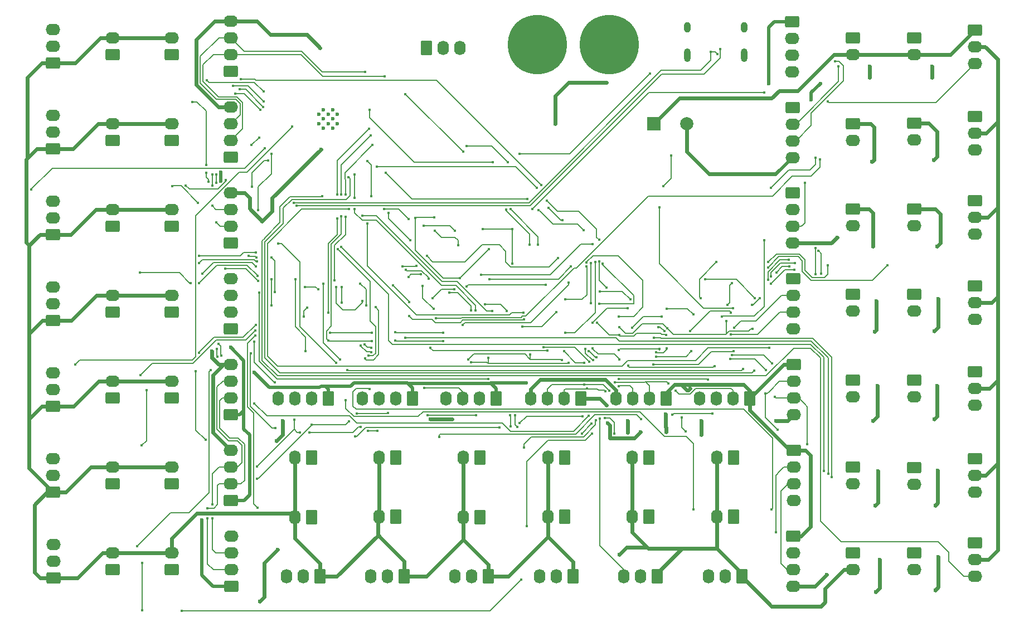
<source format=gbr>
%TF.GenerationSoftware,KiCad,Pcbnew,9.0.0*%
%TF.CreationDate,2025-03-15T02:30:35-06:00*%
%TF.ProjectId,ParallelValveController,50617261-6c6c-4656-9c56-616c7665436f,rev?*%
%TF.SameCoordinates,Original*%
%TF.FileFunction,Copper,L2,Bot*%
%TF.FilePolarity,Positive*%
%FSLAX46Y46*%
G04 Gerber Fmt 4.6, Leading zero omitted, Abs format (unit mm)*
G04 Created by KiCad (PCBNEW 9.0.0) date 2025-03-15 02:30:35*
%MOMM*%
%LPD*%
G01*
G04 APERTURE LIST*
G04 Aperture macros list*
%AMRoundRect*
0 Rectangle with rounded corners*
0 $1 Rounding radius*
0 $2 $3 $4 $5 $6 $7 $8 $9 X,Y pos of 4 corners*
0 Add a 4 corners polygon primitive as box body*
4,1,4,$2,$3,$4,$5,$6,$7,$8,$9,$2,$3,0*
0 Add four circle primitives for the rounded corners*
1,1,$1+$1,$2,$3*
1,1,$1+$1,$4,$5*
1,1,$1+$1,$6,$7*
1,1,$1+$1,$8,$9*
0 Add four rect primitives between the rounded corners*
20,1,$1+$1,$2,$3,$4,$5,0*
20,1,$1+$1,$4,$5,$6,$7,0*
20,1,$1+$1,$6,$7,$8,$9,0*
20,1,$1+$1,$8,$9,$2,$3,0*%
G04 Aperture macros list end*
%TA.AperFunction,ComponentPad*%
%ADD10RoundRect,0.250000X0.620000X0.845000X-0.620000X0.845000X-0.620000X-0.845000X0.620000X-0.845000X0*%
%TD*%
%TA.AperFunction,ComponentPad*%
%ADD11O,1.740000X2.190000*%
%TD*%
%TA.AperFunction,ComponentPad*%
%ADD12RoundRect,0.250000X-0.845000X0.620000X-0.845000X-0.620000X0.845000X-0.620000X0.845000X0.620000X0*%
%TD*%
%TA.AperFunction,ComponentPad*%
%ADD13O,2.190000X1.740000*%
%TD*%
%TA.AperFunction,ComponentPad*%
%ADD14C,9.000000*%
%TD*%
%TA.AperFunction,ComponentPad*%
%ADD15RoundRect,0.250000X0.845000X-0.620000X0.845000X0.620000X-0.845000X0.620000X-0.845000X-0.620000X0*%
%TD*%
%TA.AperFunction,ComponentPad*%
%ADD16RoundRect,0.250000X-0.620000X-0.845000X0.620000X-0.845000X0.620000X0.845000X-0.620000X0.845000X0*%
%TD*%
%TA.AperFunction,ComponentPad*%
%ADD17R,2.000000X2.000000*%
%TD*%
%TA.AperFunction,ComponentPad*%
%ADD18C,2.000000*%
%TD*%
%TA.AperFunction,HeatsinkPad*%
%ADD19C,0.600000*%
%TD*%
%TA.AperFunction,HeatsinkPad*%
%ADD20O,1.000000X2.100000*%
%TD*%
%TA.AperFunction,HeatsinkPad*%
%ADD21O,1.000000X1.600000*%
%TD*%
%TA.AperFunction,ViaPad*%
%ADD22C,0.400000*%
%TD*%
%TA.AperFunction,ViaPad*%
%ADD23C,0.600000*%
%TD*%
%TA.AperFunction,Conductor*%
%ADD24C,0.200000*%
%TD*%
%TA.AperFunction,Conductor*%
%ADD25C,0.500000*%
%TD*%
%TA.AperFunction,Conductor*%
%ADD26C,0.600000*%
%TD*%
G04 APERTURE END LIST*
D10*
%TO.P,J51,1,Pin_1*%
%TO.N,Net-(J51-Pin_1)*%
X149100500Y-121250000D03*
D11*
%TO.P,J51,2,Pin_2*%
%TO.N,12V*%
X146560500Y-121250000D03*
%TD*%
D12*
%TO.P,J76,1,Pin_1*%
%TO.N,3.3V*%
X196750000Y-120108333D03*
D13*
%TO.P,J76,2,Pin_2*%
%TO.N,SDA*%
X196750000Y-122648333D03*
%TO.P,J76,3,Pin_3*%
%TO.N,SCL*%
X196750000Y-125188333D03*
%TO.P,J76,4,Pin_4*%
%TO.N,Earth*%
X196750000Y-127728333D03*
%TD*%
D10*
%TO.P,J69,1,Pin_1*%
%TO.N,3.3V*%
X126000833Y-112250000D03*
D11*
%TO.P,J69,2,Pin_2*%
%TO.N,SDA*%
X123460833Y-112250000D03*
%TO.P,J69,3,Pin_3*%
%TO.N,SCL*%
X120920833Y-112250000D03*
%TO.P,J69,4,Pin_4*%
%TO.N,Earth*%
X118380833Y-112250000D03*
%TD*%
D12*
%TO.P,J41,1,Pin_1*%
%TO.N,Net-(J41-Pin_1)*%
X215000000Y-57460000D03*
D13*
%TO.P,J41,2,Pin_2*%
%TO.N,12V*%
X215000000Y-60000000D03*
%TD*%
D10*
%TO.P,J50,1,Pin_1*%
%TO.N,Net-(J50-Pin_1)*%
X136280666Y-121230000D03*
D11*
%TO.P,J50,2,Pin_2*%
%TO.N,12V*%
X133740666Y-121230000D03*
%TD*%
D10*
%TO.P,J11,1,Pin_1*%
%TO.N,12V*%
X150370500Y-139250000D03*
D11*
%TO.P,J11,2,Pin_2*%
%TO.N,Earth*%
X147830500Y-139250000D03*
%TO.P,J11,3,Pin_3*%
%TO.N,MCPWMU0G0C1*%
X145290500Y-139250000D03*
%TD*%
D10*
%TO.P,J33,1,Pin_1*%
%TO.N,Net-(J33-Pin_1)*%
X174740167Y-130230000D03*
D11*
%TO.P,J33,2,Pin_2*%
%TO.N,12V*%
X172200167Y-130230000D03*
%TD*%
D10*
%TO.P,J12,1,Pin_1*%
%TO.N,12V*%
X163190333Y-139250000D03*
D11*
%TO.P,J12,2,Pin_2*%
%TO.N,Earth*%
X160650333Y-139250000D03*
%TO.P,J12,3,Pin_3*%
%TO.N,MCPWMU0G1C0*%
X158110333Y-139250000D03*
%TD*%
D14*
%TO.P,J83,1,Pin_1*%
%TO.N,Earth*%
X157750000Y-58500000D03*
%TO.P,J83,2,Pin_2*%
%TO.N,12V*%
X168750000Y-58500000D03*
%TD*%
D15*
%TO.P,J22,1,Pin_1*%
%TO.N,Net-(J22-Pin_1)*%
X93238375Y-60020000D03*
D13*
%TO.P,J22,2,Pin_2*%
%TO.N,12V*%
X93238375Y-57480000D03*
%TD*%
D12*
%TO.P,J79,1,Pin_1*%
%TO.N,3.3V*%
X196570000Y-81043333D03*
D13*
%TO.P,J79,2,Pin_2*%
%TO.N,SDA*%
X196570000Y-83583333D03*
%TO.P,J79,3,Pin_3*%
%TO.N,SCL*%
X196570000Y-86123333D03*
%TO.P,J79,4,Pin_4*%
%TO.N,Earth*%
X196570000Y-88663333D03*
%TD*%
D12*
%TO.P,J37,1,Pin_1*%
%TO.N,Net-(J37-Pin_1)*%
X215000000Y-109460000D03*
D13*
%TO.P,J37,2,Pin_2*%
%TO.N,12V*%
X215000000Y-112000000D03*
%TD*%
D15*
%TO.P,J62,1,Pin_1*%
%TO.N,3.3V*%
X111238375Y-62560000D03*
D13*
%TO.P,J62,2,Pin_2*%
%TO.N,SDA*%
X111238375Y-60020000D03*
%TO.P,J62,3,Pin_3*%
%TO.N,SCL*%
X111238375Y-57480000D03*
%TO.P,J62,4,Pin_4*%
%TO.N,Earth*%
X111238375Y-54940000D03*
%TD*%
D12*
%TO.P,J59,1,Pin_1*%
%TO.N,Net-(J59-Pin_1)*%
X205750000Y-83500000D03*
D13*
%TO.P,J59,2,Pin_2*%
%TO.N,12V*%
X205750000Y-86040000D03*
%TD*%
D15*
%TO.P,J68,1,Pin_1*%
%TO.N,3.3V*%
X111270000Y-140810000D03*
D13*
%TO.P,J68,2,Pin_2*%
%TO.N,SDA*%
X111270000Y-138270000D03*
%TO.P,J68,3,Pin_3*%
%TO.N,SCL*%
X111270000Y-135730000D03*
%TO.P,J68,4,Pin_4*%
%TO.N,Earth*%
X111270000Y-133190000D03*
%TD*%
D12*
%TO.P,J75,1,Pin_1*%
%TO.N,3.3V*%
X196660000Y-133130000D03*
D13*
%TO.P,J75,2,Pin_2*%
%TO.N,SDA*%
X196660000Y-135670000D03*
%TO.P,J75,3,Pin_3*%
%TO.N,SCL*%
X196660000Y-138210000D03*
%TO.P,J75,4,Pin_4*%
%TO.N,Earth*%
X196660000Y-140750000D03*
%TD*%
D15*
%TO.P,J48,1,Pin_1*%
%TO.N,Net-(J48-Pin_1)*%
X102270000Y-138270000D03*
D13*
%TO.P,J48,2,Pin_2*%
%TO.N,12V*%
X102270000Y-135730000D03*
%TD*%
D12*
%TO.P,J18,1,Pin_1*%
%TO.N,12V*%
X224230000Y-95170000D03*
D13*
%TO.P,J18,2,Pin_2*%
%TO.N,Earth*%
X224230000Y-97710000D03*
%TO.P,J18,3,Pin_3*%
%TO.N,MCPWMU1G1C0*%
X224230000Y-100250000D03*
%TD*%
D15*
%TO.P,J45,1,Pin_1*%
%TO.N,Net-(J45-Pin_1)*%
X102238375Y-99145000D03*
D13*
%TO.P,J45,2,Pin_2*%
%TO.N,12V*%
X102238375Y-96605000D03*
%TD*%
D16*
%TO.P,J82,1,Pin_1*%
%TO.N,Earth*%
X140960000Y-59020000D03*
D11*
%TO.P,J82,2,Pin_2*%
%TO.N,B*%
X143500000Y-59020000D03*
%TO.P,J82,3,Pin_3*%
%TO.N,A*%
X146040000Y-59020000D03*
%TD*%
D15*
%TO.P,J44,1,Pin_1*%
%TO.N,Net-(J44-Pin_1)*%
X102238375Y-86103333D03*
D13*
%TO.P,J44,2,Pin_2*%
%TO.N,12V*%
X102238375Y-83563333D03*
%TD*%
D12*
%TO.P,J58,1,Pin_1*%
%TO.N,Net-(J58-Pin_1)*%
X205750000Y-96460000D03*
D13*
%TO.P,J58,2,Pin_2*%
%TO.N,12V*%
X205750000Y-99000000D03*
%TD*%
D15*
%TO.P,J8,1,Pin_1*%
%TO.N,12V*%
X84270000Y-139540000D03*
D13*
%TO.P,J8,2,Pin_2*%
%TO.N,Earth*%
X84270000Y-137000000D03*
%TO.P,J8,3,Pin_3*%
%TO.N,LEDC6*%
X84270000Y-134460000D03*
%TD*%
D15*
%TO.P,J5,1,Pin_1*%
%TO.N,12V*%
X84238375Y-100415000D03*
D13*
%TO.P,J5,2,Pin_2*%
%TO.N,Earth*%
X84238375Y-97875000D03*
%TO.P,J5,3,Pin_3*%
%TO.N,LEDC3*%
X84238375Y-95335000D03*
%TD*%
D15*
%TO.P,J66,1,Pin_1*%
%TO.N,3.3V*%
X111238375Y-114726667D03*
D13*
%TO.P,J66,2,Pin_2*%
%TO.N,SDA*%
X111238375Y-112186667D03*
%TO.P,J66,3,Pin_3*%
%TO.N,SCL*%
X111238375Y-109646667D03*
%TO.P,J66,4,Pin_4*%
%TO.N,Earth*%
X111238375Y-107106667D03*
%TD*%
D12*
%TO.P,J77,1,Pin_1*%
%TO.N,3.3V*%
X196705000Y-107086667D03*
D13*
%TO.P,J77,2,Pin_2*%
%TO.N,SDA*%
X196705000Y-109626667D03*
%TO.P,J77,3,Pin_3*%
%TO.N,SCL*%
X196705000Y-112166667D03*
%TO.P,J77,4,Pin_4*%
%TO.N,Earth*%
X196705000Y-114706667D03*
%TD*%
D12*
%TO.P,J16,1,Pin_1*%
%TO.N,12V*%
X224250000Y-121420000D03*
D13*
%TO.P,J16,2,Pin_2*%
%TO.N,Earth*%
X224250000Y-123960000D03*
%TO.P,J16,3,Pin_3*%
%TO.N,MCPWMU1G0C0*%
X224250000Y-126500000D03*
%TD*%
D12*
%TO.P,J81,1,Pin_1*%
%TO.N,3.3V*%
X196480000Y-55000000D03*
D13*
%TO.P,J81,2,Pin_2*%
%TO.N,SDA*%
X196480000Y-57540000D03*
%TO.P,J81,3,Pin_3*%
%TO.N,SCL*%
X196480000Y-60080000D03*
%TO.P,J81,4,Pin_4*%
%TO.N,Earth*%
X196480000Y-62620000D03*
%TD*%
D10*
%TO.P,J74,1,Pin_1*%
%TO.N,3.3V*%
X190060000Y-112230000D03*
D11*
%TO.P,J74,2,Pin_2*%
%TO.N,SDA*%
X187520000Y-112230000D03*
%TO.P,J74,3,Pin_3*%
%TO.N,SCL*%
X184980000Y-112230000D03*
%TO.P,J74,4,Pin_4*%
%TO.N,Earth*%
X182440000Y-112230000D03*
%TD*%
D12*
%TO.P,J35,1,Pin_1*%
%TO.N,Net-(J35-Pin_1)*%
X215000000Y-135730000D03*
D13*
%TO.P,J35,2,Pin_2*%
%TO.N,12V*%
X215000000Y-138270000D03*
%TD*%
D10*
%TO.P,J54,1,Pin_1*%
%TO.N,Net-(J54-Pin_1)*%
X187560000Y-121250000D03*
D11*
%TO.P,J54,2,Pin_2*%
%TO.N,12V*%
X185020000Y-121250000D03*
%TD*%
D12*
%TO.P,J38,1,Pin_1*%
%TO.N,Net-(J38-Pin_1)*%
X215000000Y-96460000D03*
D13*
%TO.P,J38,2,Pin_2*%
%TO.N,12V*%
X215000000Y-99000000D03*
%TD*%
D10*
%TO.P,J52,1,Pin_1*%
%TO.N,Net-(J52-Pin_1)*%
X161920333Y-121236667D03*
D11*
%TO.P,J52,2,Pin_2*%
%TO.N,12V*%
X159380333Y-121236667D03*
%TD*%
D12*
%TO.P,J40,1,Pin_1*%
%TO.N,Net-(J40-Pin_1)*%
X215000000Y-70460000D03*
D13*
%TO.P,J40,2,Pin_2*%
%TO.N,12V*%
X215000000Y-73000000D03*
%TD*%
D12*
%TO.P,J15,1,Pin_1*%
%TO.N,12V*%
X224250000Y-134210000D03*
D13*
%TO.P,J15,2,Pin_2*%
%TO.N,Earth*%
X224250000Y-136750000D03*
%TO.P,J15,3,Pin_3*%
%TO.N,MCPWMU0G2C1*%
X224250000Y-139290000D03*
%TD*%
D15*
%TO.P,J4,1,Pin_1*%
%TO.N,12V*%
X84238375Y-87373333D03*
D13*
%TO.P,J4,2,Pin_2*%
%TO.N,Earth*%
X84238375Y-84833333D03*
%TO.P,J4,3,Pin_3*%
%TO.N,LEDC2*%
X84238375Y-82293333D03*
%TD*%
D12*
%TO.P,J17,1,Pin_1*%
%TO.N,12V*%
X224250000Y-108170000D03*
D13*
%TO.P,J17,2,Pin_2*%
%TO.N,Earth*%
X224250000Y-110710000D03*
%TO.P,J17,3,Pin_3*%
%TO.N,MCPWMU1G0C1*%
X224250000Y-113250000D03*
%TD*%
D10*
%TO.P,J32,1,Pin_1*%
%TO.N,Net-(J32-Pin_1)*%
X161920333Y-130243333D03*
D11*
%TO.P,J32,2,Pin_2*%
%TO.N,12V*%
X159380333Y-130243333D03*
%TD*%
D12*
%TO.P,J80,1,Pin_1*%
%TO.N,3.3V*%
X196525000Y-68021667D03*
D13*
%TO.P,J80,2,Pin_2*%
%TO.N,SDA*%
X196525000Y-70561667D03*
%TO.P,J80,3,Pin_3*%
%TO.N,SCL*%
X196525000Y-73101667D03*
%TO.P,J80,4,Pin_4*%
%TO.N,Earth*%
X196525000Y-75641667D03*
%TD*%
D10*
%TO.P,J9,1,Pin_1*%
%TO.N,12V*%
X124730833Y-139250000D03*
D11*
%TO.P,J9,2,Pin_2*%
%TO.N,Earth*%
X122190833Y-139250000D03*
%TO.P,J9,3,Pin_3*%
%TO.N,LEDC7*%
X119650833Y-139250000D03*
%TD*%
D15*
%TO.P,J65,1,Pin_1*%
%TO.N,3.3V*%
X111238375Y-101685000D03*
D13*
%TO.P,J65,2,Pin_2*%
%TO.N,SDA*%
X111238375Y-99145000D03*
%TO.P,J65,3,Pin_3*%
%TO.N,SCL*%
X111238375Y-96605000D03*
%TO.P,J65,4,Pin_4*%
%TO.N,Earth*%
X111238375Y-94065000D03*
%TD*%
D17*
%TO.P,C7,1*%
%TO.N,12V*%
X175500000Y-70500000D03*
D18*
%TO.P,C7,2*%
%TO.N,Earth*%
X180500000Y-70500000D03*
%TD*%
D12*
%TO.P,J57,1,Pin_1*%
%TO.N,Net-(J57-Pin_1)*%
X205750000Y-109460000D03*
D13*
%TO.P,J57,2,Pin_2*%
%TO.N,12V*%
X205750000Y-112000000D03*
%TD*%
D10*
%TO.P,J71,1,Pin_1*%
%TO.N,3.3V*%
X151500000Y-112250000D03*
D11*
%TO.P,J71,2,Pin_2*%
%TO.N,SDA*%
X148960000Y-112250000D03*
%TO.P,J71,3,Pin_3*%
%TO.N,SCL*%
X146420000Y-112250000D03*
%TO.P,J71,4,Pin_4*%
%TO.N,Earth*%
X143880000Y-112250000D03*
%TD*%
D12*
%TO.P,J61,1,Pin_1*%
%TO.N,Net-(J61-Pin_1)*%
X205750000Y-57460000D03*
D13*
%TO.P,J61,2,Pin_2*%
%TO.N,12V*%
X205750000Y-60000000D03*
%TD*%
D15*
%TO.P,J67,1,Pin_1*%
%TO.N,3.3V*%
X111238375Y-127768333D03*
D13*
%TO.P,J67,2,Pin_2*%
%TO.N,SDA*%
X111238375Y-125228333D03*
%TO.P,J67,3,Pin_3*%
%TO.N,SCL*%
X111238375Y-122688333D03*
%TO.P,J67,4,Pin_4*%
%TO.N,Earth*%
X111238375Y-120148333D03*
%TD*%
D15*
%TO.P,J7,1,Pin_1*%
%TO.N,12V*%
X84238375Y-126498333D03*
D13*
%TO.P,J7,2,Pin_2*%
%TO.N,Earth*%
X84238375Y-123958333D03*
%TO.P,J7,3,Pin_3*%
%TO.N,LEDC5*%
X84238375Y-121418333D03*
%TD*%
D15*
%TO.P,J3,1,Pin_1*%
%TO.N,12V*%
X84238375Y-74331667D03*
D13*
%TO.P,J3,2,Pin_2*%
%TO.N,Earth*%
X84238375Y-71791667D03*
%TO.P,J3,3,Pin_3*%
%TO.N,LEDC1*%
X84238375Y-69251667D03*
%TD*%
D10*
%TO.P,J13,1,Pin_1*%
%TO.N,12V*%
X176010167Y-139230000D03*
D11*
%TO.P,J13,2,Pin_2*%
%TO.N,Earth*%
X173470167Y-139230000D03*
%TO.P,J13,3,Pin_3*%
%TO.N,MCPWMU0G1C1*%
X170930167Y-139230000D03*
%TD*%
D12*
%TO.P,J39,1,Pin_1*%
%TO.N,MOLEX18*%
X215000000Y-83460000D03*
D13*
%TO.P,J39,2,Pin_2*%
%TO.N,12V*%
X215000000Y-86000000D03*
%TD*%
D19*
%TO.P,U1,41,GND*%
%TO.N,Earth*%
X124600000Y-69090000D03*
X124600000Y-70490000D03*
X125300000Y-68390000D03*
X125300000Y-69790000D03*
X125300000Y-71190000D03*
X126000000Y-69090000D03*
X126000000Y-70490000D03*
X126700000Y-68390000D03*
X126700000Y-69790000D03*
X126700000Y-71190000D03*
X127400000Y-69090000D03*
X127400000Y-70490000D03*
%TD*%
D10*
%TO.P,J29,1,Pin_1*%
%TO.N,Net-(J29-Pin_1)*%
X123460833Y-130250000D03*
D11*
%TO.P,J29,2,Pin_2*%
%TO.N,12V*%
X120920833Y-130250000D03*
%TD*%
D10*
%TO.P,J53,1,Pin_1*%
%TO.N,Net-(J53-Pin_1)*%
X174740167Y-121230000D03*
D11*
%TO.P,J53,2,Pin_2*%
%TO.N,12V*%
X172200167Y-121230000D03*
%TD*%
D20*
%TO.P,J1,S1,SHIELD*%
%TO.N,Earth*%
X189170000Y-60085000D03*
D21*
X189170000Y-55905000D03*
D20*
X180530000Y-60085000D03*
D21*
X180530000Y-55905000D03*
%TD*%
D15*
%TO.P,J6,1,Pin_1*%
%TO.N,12V*%
X84238375Y-113456667D03*
D13*
%TO.P,J6,2,Pin_2*%
%TO.N,Earth*%
X84238375Y-110916667D03*
%TO.P,J6,3,Pin_3*%
%TO.N,LEDC4*%
X84238375Y-108376667D03*
%TD*%
D15*
%TO.P,J47,1,Pin_1*%
%TO.N,Net-(J47-Pin_1)*%
X102238375Y-125228333D03*
D13*
%TO.P,J47,2,Pin_2*%
%TO.N,12V*%
X102238375Y-122688333D03*
%TD*%
D10*
%TO.P,J31,1,Pin_1*%
%TO.N,Net-(J31-Pin_1)*%
X149100500Y-130250000D03*
D11*
%TO.P,J31,2,Pin_2*%
%TO.N,12V*%
X146560500Y-130250000D03*
%TD*%
D12*
%TO.P,J78,1,Pin_1*%
%TO.N,3.3V*%
X196615000Y-94065000D03*
D13*
%TO.P,J78,2,Pin_2*%
%TO.N,SDA*%
X196615000Y-96605000D03*
%TO.P,J78,3,Pin_3*%
%TO.N,SCL*%
X196615000Y-99145000D03*
%TO.P,J78,4,Pin_4*%
%TO.N,Earth*%
X196615000Y-101685000D03*
%TD*%
D12*
%TO.P,J36,1,Pin_1*%
%TO.N,Net-(J36-Pin_1)*%
X215000000Y-122730000D03*
D13*
%TO.P,J36,2,Pin_2*%
%TO.N,12V*%
X215000000Y-125270000D03*
%TD*%
D12*
%TO.P,J56,1,Pin_1*%
%TO.N,Net-(J56-Pin_1)*%
X205750000Y-122710000D03*
D13*
%TO.P,J56,2,Pin_2*%
%TO.N,12V*%
X205750000Y-125250000D03*
%TD*%
D10*
%TO.P,J34,1,Pin_1*%
%TO.N,Net-(J34-Pin_1)*%
X187560000Y-130230000D03*
D11*
%TO.P,J34,2,Pin_2*%
%TO.N,12V*%
X185020000Y-130230000D03*
%TD*%
D15*
%TO.P,J63,1,Pin_1*%
%TO.N,3.3V*%
X111238375Y-75601667D03*
D13*
%TO.P,J63,2,Pin_2*%
%TO.N,SDA*%
X111238375Y-73061667D03*
%TO.P,J63,3,Pin_3*%
%TO.N,SCL*%
X111238375Y-70521667D03*
%TO.P,J63,4,Pin_4*%
%TO.N,Earth*%
X111238375Y-67981667D03*
%TD*%
D10*
%TO.P,J14,1,Pin_1*%
%TO.N,12V*%
X188830000Y-139250000D03*
D11*
%TO.P,J14,2,Pin_2*%
%TO.N,Earth*%
X186290000Y-139250000D03*
%TO.P,J14,3,Pin_3*%
%TO.N,MCPWMU0G2C0*%
X183750000Y-139250000D03*
%TD*%
D15*
%TO.P,J46,1,Pin_1*%
%TO.N,Net-(J46-Pin_1)*%
X102238375Y-112186667D03*
D13*
%TO.P,J46,2,Pin_2*%
%TO.N,12V*%
X102238375Y-109646667D03*
%TD*%
D12*
%TO.P,J21,1,Pin_1*%
%TO.N,12V*%
X224250000Y-56250000D03*
D13*
%TO.P,J21,2,Pin_2*%
%TO.N,Earth*%
X224250000Y-58790000D03*
%TO.P,J21,3,Pin_3*%
%TO.N,MCPWMU1G2C1*%
X224250000Y-61330000D03*
%TD*%
D12*
%TO.P,J55,1,Pin_1*%
%TO.N,Net-(J55-Pin_1)*%
X205730000Y-135730000D03*
D13*
%TO.P,J55,2,Pin_2*%
%TO.N,12V*%
X205730000Y-138270000D03*
%TD*%
D15*
%TO.P,J28,1,Pin_1*%
%TO.N,Net-(J28-Pin_1)*%
X93270000Y-138270000D03*
D13*
%TO.P,J28,2,Pin_2*%
%TO.N,12V*%
X93270000Y-135730000D03*
%TD*%
D15*
%TO.P,J27,1,Pin_1*%
%TO.N,Net-(J27-Pin_1)*%
X93238375Y-125228333D03*
D13*
%TO.P,J27,2,Pin_2*%
%TO.N,12V*%
X93238375Y-122688333D03*
%TD*%
D10*
%TO.P,J49,1,Pin_1*%
%TO.N,Net-(J49-Pin_1)*%
X123460833Y-121250000D03*
D11*
%TO.P,J49,2,Pin_2*%
%TO.N,12V*%
X120920833Y-121250000D03*
%TD*%
D15*
%TO.P,J64,1,Pin_1*%
%TO.N,3.3V*%
X111238375Y-88643333D03*
D13*
%TO.P,J64,2,Pin_2*%
%TO.N,SDA*%
X111238375Y-86103333D03*
%TO.P,J64,3,Pin_3*%
%TO.N,SCL*%
X111238375Y-83563333D03*
%TO.P,J64,4,Pin_4*%
%TO.N,Earth*%
X111238375Y-81023333D03*
%TD*%
D12*
%TO.P,J19,1,Pin_1*%
%TO.N,12V*%
X224250000Y-82170000D03*
D13*
%TO.P,J19,2,Pin_2*%
%TO.N,Earth*%
X224250000Y-84710000D03*
%TO.P,J19,3,Pin_3*%
%TO.N,MCPWMU1G1C1*%
X224250000Y-87250000D03*
%TD*%
D10*
%TO.P,J73,1,Pin_1*%
%TO.N,3.3V*%
X177310000Y-112230000D03*
D11*
%TO.P,J73,2,Pin_2*%
%TO.N,SDA*%
X174770000Y-112230000D03*
%TO.P,J73,3,Pin_3*%
%TO.N,SCL*%
X172230000Y-112230000D03*
%TO.P,J73,4,Pin_4*%
%TO.N,Earth*%
X169690000Y-112230000D03*
%TD*%
D15*
%TO.P,J42,1,Pin_1*%
%TO.N,Net-(J42-Pin_1)*%
X102238375Y-60020000D03*
D13*
%TO.P,J42,2,Pin_2*%
%TO.N,12V*%
X102238375Y-57480000D03*
%TD*%
D15*
%TO.P,J25,1,Pin_1*%
%TO.N,Net-(J25-Pin_1)*%
X93238375Y-99145000D03*
D13*
%TO.P,J25,2,Pin_2*%
%TO.N,12V*%
X93238375Y-96605000D03*
%TD*%
D15*
%TO.P,J26,1,Pin_1*%
%TO.N,Net-(J26-Pin_1)*%
X93238375Y-112186667D03*
D13*
%TO.P,J26,2,Pin_2*%
%TO.N,12V*%
X93238375Y-109646667D03*
%TD*%
D15*
%TO.P,J23,1,Pin_1*%
%TO.N,Net-(J23-Pin_1)*%
X93238375Y-73061667D03*
D13*
%TO.P,J23,2,Pin_2*%
%TO.N,12V*%
X93238375Y-70521667D03*
%TD*%
D15*
%TO.P,J43,1,Pin_1*%
%TO.N,Net-(J43-Pin_1)*%
X102238375Y-73061667D03*
D13*
%TO.P,J43,2,Pin_2*%
%TO.N,12V*%
X102238375Y-70521667D03*
%TD*%
D12*
%TO.P,J60,1,Pin_1*%
%TO.N,Net-(J60-Pin_1)*%
X205750000Y-70500000D03*
D13*
%TO.P,J60,2,Pin_2*%
%TO.N,12V*%
X205750000Y-73040000D03*
%TD*%
D12*
%TO.P,J20,1,Pin_1*%
%TO.N,12V*%
X224250000Y-69420000D03*
D13*
%TO.P,J20,2,Pin_2*%
%TO.N,Earth*%
X224250000Y-71960000D03*
%TO.P,J20,3,Pin_3*%
%TO.N,MCPWMU1G2C0*%
X224250000Y-74500000D03*
%TD*%
D10*
%TO.P,J72,1,Pin_1*%
%TO.N,3.3V*%
X164370000Y-112250000D03*
D11*
%TO.P,J72,2,Pin_2*%
%TO.N,SDA*%
X161830000Y-112250000D03*
%TO.P,J72,3,Pin_3*%
%TO.N,SCL*%
X159290000Y-112250000D03*
%TO.P,J72,4,Pin_4*%
%TO.N,Earth*%
X156750000Y-112250000D03*
%TD*%
D10*
%TO.P,J30,1,Pin_1*%
%TO.N,MOLEX9*%
X136280666Y-130230000D03*
D11*
%TO.P,J30,2,Pin_2*%
%TO.N,12V*%
X133740666Y-130230000D03*
%TD*%
D10*
%TO.P,J10,1,Pin_1*%
%TO.N,12V*%
X137550666Y-139230000D03*
D11*
%TO.P,J10,2,Pin_2*%
%TO.N,Earth*%
X135010666Y-139230000D03*
%TO.P,J10,3,Pin_3*%
%TO.N,MCPWMU0G0C0*%
X132470666Y-139230000D03*
%TD*%
D15*
%TO.P,J2,1,Pin_1*%
%TO.N,12V*%
X84238375Y-61290000D03*
D13*
%TO.P,J2,2,Pin_2*%
%TO.N,Earth*%
X84238375Y-58750000D03*
%TO.P,J2,3,Pin_3*%
%TO.N,LEDC0*%
X84238375Y-56210000D03*
%TD*%
D15*
%TO.P,J24,1,Pin_1*%
%TO.N,Net-(J24-Pin_1)*%
X93238375Y-86103333D03*
D13*
%TO.P,J24,2,Pin_2*%
%TO.N,12V*%
X93238375Y-83563333D03*
%TD*%
D10*
%TO.P,J70,1,Pin_1*%
%TO.N,3.3V*%
X138820666Y-112230000D03*
D11*
%TO.P,J70,2,Pin_2*%
%TO.N,SDA*%
X136280666Y-112230000D03*
%TO.P,J70,3,Pin_3*%
%TO.N,SCL*%
X133740666Y-112230000D03*
%TO.P,J70,4,Pin_4*%
%TO.N,Earth*%
X131200666Y-112230000D03*
%TD*%
D22*
%TO.N,Earth*%
X150450000Y-89525000D03*
D23*
X203300000Y-87800000D03*
X108374265Y-105074265D03*
X119100000Y-115600000D03*
X124900000Y-74400000D03*
D22*
X142100000Y-84750000D03*
D23*
X118300000Y-135200000D03*
X194000000Y-115600000D03*
X201700000Y-139000000D03*
X182700000Y-117800000D03*
X171500000Y-115600000D03*
X144874265Y-115400000D03*
X182700000Y-115600000D03*
X141500000Y-115400000D03*
X124800000Y-59000000D03*
X118200000Y-118700000D03*
X116000000Y-85300000D03*
D22*
X146000000Y-94000000D03*
X139287500Y-84787500D03*
D23*
X117500000Y-57000000D03*
X171500000Y-117400000D03*
X115600000Y-143100000D03*
%TO.N,3.3V*%
X111200000Y-104501000D03*
X168300000Y-113300000D03*
X192900000Y-64400000D03*
X109700000Y-77876692D03*
X156100000Y-109900000D03*
X106800000Y-130700000D03*
X200800000Y-64400000D03*
X109695741Y-79200000D03*
X180961889Y-110739111D03*
X177300000Y-114600000D03*
X199400000Y-66900000D03*
X177350000Y-117350000D03*
X168500000Y-115999000D03*
X173450000Y-117350000D03*
X114800000Y-108300000D03*
%TO.N,12V*%
X170200000Y-136000000D03*
%TO.N,Net-(D1-K)*%
X160500000Y-70500000D03*
X168250000Y-64250000D03*
D22*
%TO.N,Net-(D3-K)*%
X154000000Y-86500000D03*
X154000000Y-91750000D03*
X149500000Y-86500000D03*
%TO.N,Net-(TVS1-A1)*%
X156600000Y-88875000D03*
X153050000Y-83580000D03*
%TO.N,Net-(TVS2-A1)*%
X153300000Y-76350000D03*
X147025000Y-73875000D03*
X157900000Y-88900000D03*
X153700000Y-83500000D03*
%TO.N,D-*%
X185600000Y-59200000D03*
X121250000Y-83000000D03*
%TO.N,D+*%
X184100000Y-59600000D03*
X120801187Y-82500000D03*
X185100000Y-59900000D03*
%TO.N,LEDC0*%
X107600000Y-63900000D03*
X116200000Y-65600000D03*
%TO.N,LEDC1*%
X116200000Y-67100000D03*
X111527445Y-64748199D03*
%TO.N,LEDC2*%
X116153555Y-67946445D03*
X112575000Y-65275000D03*
%TO.N,LEDC3*%
X115725000Y-68425000D03*
X111895934Y-65900000D03*
%TO.N,LEDC4*%
X120500000Y-70900000D03*
X87600000Y-107100000D03*
%TO.N,LEDC5*%
X114350000Y-73750000D03*
X115500000Y-72600000D03*
%TO.N,LEDC6*%
X80950000Y-80500000D03*
X116375000Y-74200000D03*
%TO.N,LEDC7*%
X118400000Y-88700000D03*
X127245000Y-106845000D03*
X115400000Y-83600000D03*
X117400000Y-75100000D03*
%TO.N,MCPWMU0G0C0*%
X117900000Y-109800000D03*
X114400000Y-80100000D03*
X114753887Y-103626719D03*
X116900000Y-76100000D03*
%TO.N,MCPWMU0G0C1*%
X132100000Y-105720000D03*
X127500000Y-89600000D03*
%TO.N,MCPWMU0G1C0*%
X154720000Y-116560000D03*
X132000000Y-76200000D03*
X147700000Y-98850000D03*
X132600000Y-81500000D03*
X144400000Y-96200000D03*
X154400000Y-114800000D03*
%TO.N,MCPWMU0G1C1*%
X133400000Y-77000000D03*
X165900000Y-91650000D03*
X167300000Y-115300000D03*
X166775000Y-105975000D03*
X165600000Y-105100000D03*
X165900000Y-97800000D03*
X161600000Y-85125000D03*
X159500000Y-83300000D03*
X157700000Y-80250000D03*
%TO.N,MCPWMU0G2C0*%
X130000000Y-78200000D03*
X130000000Y-83500000D03*
X130000000Y-81800000D03*
X148400000Y-98850000D03*
%TO.N,MCPWMU0G2C1*%
X125100000Y-81500000D03*
%TO.N,MCPWMU1G0C0*%
X201300000Y-123300000D03*
X128000000Y-89200000D03*
%TO.N,MCPWMU1G0C1*%
X190752549Y-108054559D03*
X129125000Y-78625000D03*
%TO.N,MCPWMU1G1C0*%
X129200000Y-83500000D03*
X193025000Y-104575000D03*
%TO.N,MCPWMU1G1C1*%
X150900000Y-98950000D03*
X196850000Y-92700000D03*
X131200000Y-84500000D03*
X193250000Y-94775000D03*
%TO.N,MCPWMU1G2C0*%
X194100000Y-93100000D03*
X132000000Y-85700000D03*
X196025000Y-92200000D03*
X155675000Y-99200000D03*
D23*
%TO.N,Net-(J35-Pin_1)*%
X218200000Y-141400000D03*
X218700000Y-136300000D03*
%TO.N,Net-(J36-Pin_1)*%
X218200000Y-128500000D03*
X218600000Y-123160000D03*
%TO.N,Net-(J37-Pin_1)*%
X218100000Y-115400000D03*
X218500000Y-110300000D03*
%TO.N,Net-(J38-Pin_1)*%
X218100000Y-102000000D03*
X218700000Y-97100000D03*
%TO.N,MOLEX18*%
X218500000Y-89100000D03*
%TO.N,Net-(J40-Pin_1)*%
X218000000Y-76000000D03*
%TO.N,Net-(J41-Pin_1)*%
X217750000Y-61780000D03*
X217750000Y-63500000D03*
D22*
%TO.N,MCUTX*%
X146500000Y-74750000D03*
X137750000Y-66000000D03*
%TO.N,Net-(R26-Pad2)*%
X142250000Y-86750000D03*
X145750000Y-89000000D03*
%TO.N,MCPWMU1G2C1*%
X192250000Y-65750000D03*
X134500000Y-83500000D03*
X157000000Y-83500000D03*
X145250000Y-86750000D03*
X138250000Y-85000000D03*
X201931801Y-67131801D03*
X140500000Y-86000000D03*
D23*
%TO.N,Net-(J55-Pin_1)*%
X209200000Y-141600000D03*
X209800000Y-136700000D03*
%TO.N,Net-(J56-Pin_1)*%
X209500000Y-123300000D03*
X209100000Y-128500000D03*
%TO.N,Net-(J57-Pin_1)*%
X208800000Y-115600000D03*
X209400000Y-110300000D03*
%TO.N,Net-(J58-Pin_1)*%
X209300000Y-97400000D03*
X209000000Y-102100000D03*
%TO.N,Net-(J59-Pin_1)*%
X208800000Y-89100000D03*
%TO.N,Net-(J60-Pin_1)*%
X208600000Y-76300000D03*
%TO.N,Net-(J61-Pin_1)*%
X208250000Y-63500000D03*
X208250000Y-61780000D03*
D22*
%TO.N,SDA*%
X150300000Y-106100000D03*
X109000000Y-85500000D03*
X141100000Y-114800000D03*
X107700000Y-128900000D03*
X109206441Y-105906441D03*
X129200000Y-115700000D03*
X130400000Y-114500000D03*
X134600000Y-63300000D03*
X109000000Y-78200000D03*
X169550000Y-109825000D03*
X115237500Y-124462500D03*
X192400000Y-111500000D03*
X168106065Y-111162862D03*
X123500000Y-116200000D03*
X109000000Y-79450000D03*
X187700000Y-101472516D03*
X107700000Y-130500000D03*
X203500000Y-61775000D03*
X177700000Y-109975000D03*
X109100000Y-104700000D03*
X194300000Y-117000000D03*
X200000000Y-93350000D03*
X194000000Y-132600000D03*
X165290667Y-110765651D03*
X148500000Y-114800000D03*
X178775000Y-111075000D03*
X200000000Y-89400000D03*
X162520000Y-106830000D03*
X193400000Y-106900000D03*
X187300000Y-105625000D03*
X147725000Y-106725000D03*
X135100000Y-114450000D03*
%TO.N,SCL*%
X133525000Y-117125000D03*
X187075000Y-106225000D03*
X123200000Y-117400000D03*
X109783038Y-105740491D03*
X108400000Y-83000000D03*
X108400000Y-79925000D03*
X200900000Y-93249000D03*
X156700000Y-105600000D03*
X198400000Y-79500000D03*
X200500000Y-89825000D03*
X203000000Y-61000000D03*
X131600000Y-62600000D03*
X147300000Y-106300000D03*
X193900000Y-112000000D03*
X168750000Y-111075000D03*
X184400000Y-114500000D03*
X109350000Y-103950000D03*
X140565000Y-110640000D03*
X198800000Y-119200000D03*
X121681801Y-117381801D03*
X178300000Y-114700000D03*
X187200000Y-102525000D03*
X130950000Y-116575000D03*
X108400000Y-130500000D03*
X161500000Y-106400000D03*
X120900000Y-115500000D03*
X108400000Y-78200000D03*
X132050000Y-117125000D03*
X115225000Y-122625000D03*
X192512500Y-107912500D03*
X164878211Y-110100000D03*
X170125000Y-110350000D03*
X108400000Y-128368333D03*
%TO.N,SOL0*%
X107850000Y-79318199D03*
X107500000Y-76750000D03*
X115350000Y-94400000D03*
X122850000Y-98450000D03*
X107500000Y-78000000D03*
X105400000Y-67200000D03*
X110350000Y-92550000D03*
X122300000Y-99800000D03*
%TO.N,SOL1*%
X106400000Y-90600000D03*
X102375000Y-79975000D03*
X106200000Y-82500000D03*
X115000000Y-90100000D03*
X117437500Y-90837500D03*
X117925000Y-96050000D03*
%TO.N,SOL2*%
X117387500Y-98087500D03*
X105100000Y-94700000D03*
X97400000Y-93100000D03*
X115300000Y-93600000D03*
X106400000Y-94700000D03*
X117375000Y-94150000D03*
%TO.N,SOL3*%
X114995000Y-101055000D03*
X106400000Y-105275000D03*
%TO.N,SOL4*%
X97500000Y-108700000D03*
X97700000Y-119400000D03*
X98400000Y-111000000D03*
X114965000Y-101885000D03*
%TO.N,SOL5*%
X115300000Y-128850000D03*
X114970000Y-102680000D03*
%TO.N,SOL6*%
X108200000Y-107900000D03*
X97800000Y-144470000D03*
X97800000Y-137200000D03*
X97000000Y-134700000D03*
%TO.N,SOL7*%
X118000000Y-116700000D03*
X114250000Y-105400000D03*
%TO.N,SOL8*%
X131600000Y-106200000D03*
X133200000Y-98400000D03*
%TO.N,SOL9*%
X115499000Y-96208950D03*
X131170000Y-97450000D03*
X153710998Y-116512046D03*
X153600000Y-114800000D03*
X122500000Y-95300000D03*
X150300000Y-109300000D03*
X124500000Y-95700000D03*
X127200000Y-95300000D03*
%TO.N,SOL10*%
X135900000Y-95050000D03*
X138300000Y-97600000D03*
X128100000Y-95300000D03*
X128100000Y-97700000D03*
%TO.N,SOL11*%
X127800000Y-106300000D03*
X128700000Y-112500000D03*
X131800000Y-98100000D03*
X130900000Y-94800000D03*
X181500000Y-129100000D03*
X125300000Y-94800000D03*
%TO.N,SOL12*%
X193325000Y-129075000D03*
X132300000Y-110800000D03*
X131540000Y-104030000D03*
X132570000Y-104540000D03*
%TO.N,SOL14*%
X137700000Y-102991159D03*
X201975000Y-123675000D03*
X132600000Y-105200000D03*
X130981035Y-104250001D03*
%TO.N,SOL15*%
X189000000Y-107800000D03*
X128949000Y-107899000D03*
%TO.N,SOL16*%
X183250000Y-94175000D03*
X146475000Y-101100000D03*
X162525000Y-94625000D03*
X190850000Y-96975000D03*
%TO.N,SOL17*%
X147068199Y-95231801D03*
X145200000Y-95700000D03*
X192800000Y-92325000D03*
X141900000Y-97000000D03*
X211000000Y-92000000D03*
X159100000Y-95000000D03*
%TO.N,SOL18*%
X138300000Y-99700000D03*
X155725000Y-100250000D03*
X196900000Y-91700000D03*
X193300000Y-93675000D03*
%TO.N,SOL19*%
X200750000Y-75900000D03*
X142400000Y-100075000D03*
%TO.N,MOT0*%
X159200000Y-82200000D03*
X158400000Y-79800000D03*
X167150000Y-97900000D03*
X112750000Y-63711000D03*
X167160000Y-88160000D03*
X167700000Y-91775000D03*
%TO.N,MOT9*%
X155775000Y-119725000D03*
X165100000Y-104700000D03*
X166266987Y-106450000D03*
X171900000Y-97200000D03*
X167300000Y-96000000D03*
X166650000Y-115575000D03*
%TO.N,MOT18*%
X192800000Y-94200000D03*
X196000000Y-91200000D03*
X186700000Y-98000000D03*
X187300000Y-94700000D03*
%TO.N,MOT1*%
X139375000Y-92125000D03*
X115100000Y-90800000D03*
X165250000Y-92200000D03*
X104400000Y-79900000D03*
X137275000Y-92150000D03*
X162000000Y-97200000D03*
X162900000Y-92200000D03*
X150500000Y-94100000D03*
X110500000Y-79025000D03*
X113900000Y-90600000D03*
%TO.N,MOT10*%
X169500000Y-117600000D03*
X168075000Y-115250000D03*
X166200000Y-104600000D03*
X170275000Y-106325000D03*
X171500000Y-98500000D03*
X166200000Y-100700000D03*
%TO.N,MOT19*%
X185800000Y-99790000D03*
X192250000Y-88250000D03*
X200000000Y-75700000D03*
X193250000Y-80250000D03*
%TO.N,MOT2*%
X149818199Y-97981801D03*
X106406801Y-91656801D03*
X155500000Y-101350000D03*
X137825000Y-92675000D03*
X160700000Y-99100000D03*
X153100000Y-98950000D03*
X141280000Y-94040000D03*
X115200000Y-91425000D03*
%TO.N,MOT11*%
X176350000Y-104732106D03*
X170153198Y-104853198D03*
X179700000Y-115100000D03*
X180268947Y-117231053D03*
%TO.N,MOT3*%
X158700000Y-104500000D03*
X114800000Y-113000000D03*
X107375000Y-118525000D03*
X165600000Y-114900000D03*
X105900000Y-108100000D03*
X165650744Y-106650744D03*
%TO.N,MOT12*%
X176125000Y-101400000D03*
X177075000Y-102025000D03*
%TO.N,MOT4*%
X142000000Y-98600000D03*
X140375000Y-95150000D03*
X115000000Y-92200000D03*
X159300000Y-104950000D03*
X141550000Y-104550000D03*
X106901000Y-93325000D03*
%TO.N,MOT13*%
X170125000Y-109325000D03*
X183700000Y-109400000D03*
%TO.N,MOT5*%
X166200000Y-88780000D03*
X162000000Y-102300000D03*
X149200000Y-93500000D03*
X140060000Y-93400000D03*
X138200000Y-93800000D03*
X122600000Y-105100000D03*
X121070000Y-94100000D03*
X166600000Y-91500000D03*
%TO.N,MOT14*%
X202500000Y-124212751D03*
X175478476Y-103000000D03*
%TO.N,MOT6*%
X155300000Y-139800000D03*
X166100000Y-117600000D03*
X103800000Y-144500000D03*
X156190000Y-131630000D03*
X164525000Y-117550000D03*
X166025000Y-116050000D03*
%TO.N,MOT15*%
X171600000Y-107225000D03*
X184700000Y-107350000D03*
%TO.N,MOT7*%
X130100000Y-118000000D03*
X151999000Y-116624000D03*
X155106402Y-116000000D03*
X164675000Y-114925000D03*
X164925000Y-106800000D03*
X161850000Y-105050000D03*
%TO.N,MOT16*%
X191575000Y-96975000D03*
X190425000Y-98000000D03*
%TO.N,MOT8*%
X177400000Y-98600000D03*
X181200000Y-105100000D03*
X173560000Y-115400000D03*
X181500000Y-99500000D03*
X142900000Y-118100000D03*
X175850000Y-105900000D03*
%TO.N,MOT17*%
X192875000Y-91550000D03*
X201900000Y-92000000D03*
X184950000Y-91550000D03*
X182575000Y-97050000D03*
%TO.N,SCLK*%
X136175000Y-103425000D03*
X128000003Y-84600000D03*
X132625000Y-103500000D03*
X132500000Y-72250000D03*
X143500000Y-103500000D03*
X128000000Y-81250000D03*
X126000000Y-103425000D03*
%TO.N,SD*%
X132750000Y-73750000D03*
X128675000Y-84625000D03*
X128700000Y-81250000D03*
X127000000Y-94300000D03*
%TO.N,MS*%
X176300000Y-83200000D03*
X190500000Y-101700000D03*
X132300000Y-68400000D03*
X178100000Y-75300000D03*
X177525000Y-101600000D03*
X151010000Y-76380000D03*
X155100000Y-75100000D03*
X187500000Y-98500000D03*
X174900000Y-62900000D03*
X186500000Y-100450000D03*
X170200000Y-101400000D03*
X176900000Y-80000000D03*
%TO.N,SS*%
X136190000Y-102190000D03*
X143500000Y-102250000D03*
X126000000Y-99250000D03*
X127375000Y-84925000D03*
X132625000Y-102250000D03*
X126325000Y-102250000D03*
X132250000Y-71250000D03*
X127375000Y-81250000D03*
%TO.N,MCLK*%
X168300000Y-95400000D03*
X187625000Y-105100000D03*
X170200000Y-102600000D03*
X177350000Y-102600000D03*
X166854471Y-100759132D03*
X134800000Y-78000000D03*
X164818906Y-86681094D03*
X177435548Y-104643189D03*
X167200000Y-91400000D03*
X158000000Y-83600000D03*
X175400000Y-107048000D03*
X156250000Y-81981801D03*
X175850000Y-105232106D03*
%TO.N,MD*%
X170150000Y-99800000D03*
X138500000Y-88200000D03*
X160900000Y-90900000D03*
X135200000Y-84100000D03*
X141000000Y-90600000D03*
X165275000Y-91600000D03*
%TO.N,Net-(U10-SER)*%
X172150000Y-101500000D03*
X176700000Y-99800000D03*
%TO.N,Net-(U10-QH')*%
X187175000Y-99175000D03*
X181000000Y-102000000D03*
%TD*%
D24*
%TO.N,MCPWMU0G2C1*%
X224250000Y-139290000D02*
X222590000Y-139290000D01*
X220300000Y-137000000D02*
X220300000Y-135600000D01*
X220300000Y-135600000D02*
X218700000Y-134000000D01*
X222590000Y-139290000D02*
X220300000Y-137000000D01*
X218700000Y-134000000D02*
X203900000Y-134000000D01*
X192500000Y-108800000D02*
X118300000Y-108800000D01*
X203900000Y-134000000D02*
X200800000Y-130900000D01*
X200800000Y-130900000D02*
X200800000Y-106100000D01*
X200800000Y-106100000D02*
X199300000Y-104600000D01*
X196700000Y-104600000D02*
X192500000Y-108800000D01*
X199300000Y-104600000D02*
X196700000Y-104600000D01*
X118300000Y-108800000D02*
X115999000Y-106499000D01*
%TO.N,MOT2*%
X141280000Y-94040000D02*
X141280000Y-93910000D01*
X141280000Y-93910000D02*
X140220000Y-92850000D01*
X140220000Y-92850000D02*
X138000000Y-92850000D01*
X138000000Y-92850000D02*
X137825000Y-92675000D01*
%TO.N,MOT5*%
X138600000Y-93400000D02*
X138200000Y-93800000D01*
X140060000Y-93400000D02*
X138600000Y-93400000D01*
%TO.N,SOL19*%
X196500000Y-78500000D02*
X199365243Y-78500000D01*
X156051000Y-99749000D02*
X163099000Y-92701000D01*
X163692479Y-92407521D02*
X174600000Y-81500000D01*
X163401000Y-92407521D02*
X163692479Y-92407521D01*
X174600000Y-81500000D02*
X193500000Y-81500000D01*
X163107521Y-92701000D02*
X163401000Y-92407521D01*
X163099000Y-92701000D02*
X163107521Y-92701000D01*
X155318479Y-99948000D02*
X155517479Y-99749000D01*
X146170089Y-100075000D02*
X146297089Y-99948000D01*
X146297089Y-99948000D02*
X155318479Y-99948000D01*
X193500000Y-81500000D02*
X196500000Y-78500000D01*
X200750000Y-77115243D02*
X200750000Y-75900000D01*
X155517479Y-99749000D02*
X156051000Y-99749000D01*
X142400000Y-100075000D02*
X146170089Y-100075000D01*
X199365243Y-78500000D02*
X200750000Y-77115243D01*
%TO.N,LEDC7*%
X121700000Y-101300000D02*
X121700000Y-91500000D01*
X127245000Y-106845000D02*
X121700000Y-101300000D01*
X121700000Y-91500000D02*
X118900000Y-88700000D01*
X118900000Y-88700000D02*
X118400000Y-88700000D01*
%TO.N,MOT0*%
X167160000Y-88160000D02*
X166800000Y-87800000D01*
X166800000Y-87800000D02*
X166800000Y-86550000D01*
X166800000Y-86550000D02*
X164050000Y-83800000D01*
X164050000Y-83800000D02*
X160800000Y-83800000D01*
X160800000Y-83800000D02*
X159200000Y-82200000D01*
%TO.N,MOT5*%
X166200000Y-88780000D02*
X166190000Y-88790000D01*
X166190000Y-88790000D02*
X164410000Y-88790000D01*
X164410000Y-88790000D02*
X159700000Y-93500000D01*
X159700000Y-93500000D02*
X149200000Y-93500000D01*
%TO.N,SOL9*%
X131170000Y-97730000D02*
X130100000Y-98800000D01*
X131170000Y-97450000D02*
X131170000Y-97730000D01*
X130100000Y-98800000D02*
X128200000Y-98800000D01*
X128200000Y-98800000D02*
X127200000Y-97800000D01*
X127200000Y-97800000D02*
X127200000Y-95300000D01*
%TO.N,SCLK*%
X136175000Y-103425000D02*
X136250000Y-103500000D01*
X136250000Y-103500000D02*
X143500000Y-103500000D01*
%TO.N,SS*%
X136190000Y-102190000D02*
X136250000Y-102250000D01*
X136250000Y-102250000D02*
X143500000Y-102250000D01*
%TO.N,SCL*%
X145840000Y-110640000D02*
X146420000Y-111220000D01*
X146420000Y-111220000D02*
X146420000Y-112250000D01*
X140565000Y-110640000D02*
X145840000Y-110640000D01*
D25*
%TO.N,3.3V*%
X138100000Y-109900000D02*
X138150000Y-109950000D01*
X138150000Y-109950000D02*
X150650000Y-109950000D01*
X150650000Y-109950000D02*
X150700000Y-109900000D01*
D24*
%TO.N,SDA*%
X162520000Y-106830000D02*
X162400000Y-106950000D01*
X162400000Y-106950000D02*
X150300000Y-106950000D01*
%TO.N,SOL6*%
X97800000Y-144470000D02*
X97800000Y-137200000D01*
%TO.N,MS*%
X151010000Y-76380000D02*
X150994426Y-76364426D01*
X150994426Y-76364426D02*
X139064426Y-76364426D01*
X139064426Y-76364426D02*
X132300000Y-69600000D01*
X132300000Y-69600000D02*
X132300000Y-68400000D01*
%TO.N,SD*%
X128675000Y-87325000D02*
X128675000Y-84625000D01*
X127000000Y-89000000D02*
X128675000Y-87325000D01*
X127000000Y-94300000D02*
X127000000Y-89000000D01*
%TO.N,MOT8*%
X173560000Y-115400000D02*
X173560000Y-115380000D01*
X166550000Y-114700000D02*
X163600000Y-117650000D01*
X173560000Y-115380000D02*
X172880000Y-114700000D01*
X172880000Y-114700000D02*
X166550000Y-114700000D01*
X163600000Y-117650000D02*
X143050000Y-117650000D01*
X143050000Y-117650000D02*
X142900000Y-117800000D01*
X142900000Y-117800000D02*
X142900000Y-118100000D01*
%TO.N,MOT6*%
X156190000Y-131630000D02*
X156200000Y-131620000D01*
X156200000Y-131620000D02*
X156200000Y-121800000D01*
X156200000Y-121800000D02*
X159400000Y-118600000D01*
X159400000Y-118600000D02*
X165100000Y-118600000D01*
X165100000Y-118600000D02*
X166100000Y-117600000D01*
%TO.N,MOT5*%
X121070000Y-94100000D02*
X121060000Y-94110000D01*
X121060000Y-101360000D02*
X122600000Y-102900000D01*
X121060000Y-94110000D02*
X121060000Y-101360000D01*
X122600000Y-102900000D02*
X122600000Y-105100000D01*
D26*
%TO.N,Earth*%
X227700000Y-70200000D02*
X225940000Y-71960000D01*
X225940000Y-71960000D02*
X224250000Y-71960000D01*
X111238375Y-54940000D02*
X108760000Y-54940000D01*
D24*
X142100000Y-84750000D02*
X139325000Y-84750000D01*
D26*
X110106667Y-107106667D02*
X111238375Y-107106667D01*
D24*
X139325000Y-84750000D02*
X139287500Y-84787500D01*
D26*
X227700000Y-60700000D02*
X227700000Y-70200000D01*
X108374265Y-105074265D02*
X108374265Y-106074265D01*
D25*
X117500000Y-57000000D02*
X117250000Y-57000000D01*
D26*
X109381667Y-67981667D02*
X111238375Y-67981667D01*
D25*
X193958333Y-78125000D02*
X194000000Y-78166667D01*
D26*
X226790000Y-97710000D02*
X224230000Y-97710000D01*
X169690000Y-110990000D02*
X169690000Y-112230000D01*
X144874265Y-115400000D02*
X141500000Y-115400000D01*
X225790000Y-58790000D02*
X227700000Y-60700000D01*
X110106667Y-107106667D02*
X108500000Y-108713334D01*
X227700000Y-109500000D02*
X227700000Y-122100000D01*
X227700000Y-122100000D02*
X227700000Y-135300000D01*
X226250000Y-136750000D02*
X224250000Y-136750000D01*
D24*
X139250000Y-84825000D02*
X139250000Y-89750000D01*
D26*
X122800000Y-57000000D02*
X117500000Y-57000000D01*
X124800000Y-59000000D02*
X122800000Y-57000000D01*
X108374265Y-106074265D02*
X109406667Y-107106667D01*
X195811667Y-115600000D02*
X196705000Y-114706667D01*
X227700000Y-81260000D02*
X227700000Y-83200000D01*
D24*
X150450000Y-89525000D02*
X150325000Y-89650000D01*
D26*
X227700000Y-70200000D02*
X227700000Y-81260000D01*
X118200000Y-118700000D02*
X119100000Y-117800000D01*
X106000000Y-64600000D02*
X109381667Y-67981667D01*
X108500000Y-117409958D02*
X111238375Y-120148333D01*
D24*
X150325000Y-89675000D02*
X146000000Y-94000000D01*
D26*
X225840000Y-123960000D02*
X224250000Y-123960000D01*
X158200000Y-109400000D02*
X168100000Y-109400000D01*
X114100000Y-81800000D02*
X113323333Y-81023333D01*
X119100000Y-117800000D02*
X119100000Y-117500000D01*
X171500000Y-117400000D02*
X171500000Y-115600000D01*
D24*
X139250000Y-89750000D02*
X143500000Y-94000000D01*
D26*
X156750000Y-110850000D02*
X158200000Y-109400000D01*
X156750000Y-112250000D02*
X156750000Y-110850000D01*
X182700000Y-117800000D02*
X182700000Y-115600000D01*
X116000000Y-85300000D02*
X114100000Y-83400000D01*
X116300000Y-142400000D02*
X116300000Y-137200000D01*
X113323333Y-81023333D02*
X111238375Y-81023333D01*
X168100000Y-109400000D02*
X169690000Y-110990000D01*
X183875000Y-78125000D02*
X193958333Y-78125000D01*
X227700000Y-96800000D02*
X226790000Y-97710000D01*
X116000000Y-85300000D02*
X117500000Y-83800000D01*
X227700000Y-122100000D02*
X225840000Y-123960000D01*
X116300000Y-137200000D02*
X118300000Y-135200000D01*
X117500000Y-81800000D02*
X124900000Y-74400000D01*
X227700000Y-81260000D02*
X227700000Y-96800000D01*
X203300000Y-87800000D02*
X202436667Y-88663333D01*
X227700000Y-135300000D02*
X226250000Y-136750000D01*
X117500000Y-83800000D02*
X117500000Y-81800000D01*
X201700000Y-139000000D02*
X199950000Y-140750000D01*
D24*
X143500000Y-94000000D02*
X146000000Y-94000000D01*
D26*
X115190000Y-54940000D02*
X111238375Y-54940000D01*
X227700000Y-109500000D02*
X226490000Y-110710000D01*
D24*
X150325000Y-89650000D02*
X150325000Y-89675000D01*
D26*
X108760000Y-54940000D02*
X106000000Y-57700000D01*
X226490000Y-110710000D02*
X224250000Y-110710000D01*
X227700000Y-96800000D02*
X227700000Y-109500000D01*
X180500000Y-74750000D02*
X183875000Y-78125000D01*
X180500000Y-70500000D02*
X180500000Y-74750000D01*
X106000000Y-57700000D02*
X106000000Y-64600000D01*
X227700000Y-83200000D02*
X226190000Y-84710000D01*
D25*
X194000000Y-78166667D02*
X196525000Y-75641667D01*
D26*
X108500000Y-108713334D02*
X108500000Y-117409958D01*
X114100000Y-83400000D02*
X114100000Y-81800000D01*
X119100000Y-117500000D02*
X119100000Y-115600000D01*
X109406667Y-107106667D02*
X110106667Y-107106667D01*
X194000000Y-115600000D02*
X195811667Y-115600000D01*
X117250000Y-57000000D02*
X115190000Y-54940000D01*
X115600000Y-143100000D02*
X116300000Y-142400000D01*
D24*
X139287500Y-84787500D02*
X139250000Y-84825000D01*
D26*
X224250000Y-58790000D02*
X225790000Y-58790000D01*
X202436667Y-88663333D02*
X196570000Y-88663333D01*
X199950000Y-140750000D02*
X196660000Y-140750000D01*
X226190000Y-84710000D02*
X224250000Y-84710000D01*
D25*
%TO.N,3.3V*%
X106800000Y-130700000D02*
X106800000Y-139100000D01*
D26*
X196158275Y-120108333D02*
X196750000Y-120108333D01*
D25*
X192900000Y-64400000D02*
X192900000Y-55900000D01*
D26*
X168800000Y-118300000D02*
X168800000Y-116299000D01*
D25*
X113200000Y-106501000D02*
X113200000Y-114100000D01*
X124725000Y-110575000D02*
X124900000Y-110400000D01*
D26*
X189100000Y-110100000D02*
X181300000Y-110100000D01*
D25*
X113200000Y-114100000D02*
X112573333Y-114726667D01*
X124900000Y-110400000D02*
X125600000Y-110400000D01*
X106800000Y-139100000D02*
X108510000Y-140810000D01*
X114100000Y-126900000D02*
X113231667Y-127768333D01*
X138100000Y-109900000D02*
X138820666Y-110620666D01*
X113231667Y-127768333D02*
X111238375Y-127768333D01*
D26*
X190060000Y-114010058D02*
X196158275Y-120108333D01*
X199300000Y-120900000D02*
X199300000Y-131700000D01*
X195203333Y-107086667D02*
X190060000Y-112230000D01*
D25*
X125600000Y-110400000D02*
X126000833Y-110800833D01*
X125600000Y-110400000D02*
X129400000Y-110400000D01*
X112573333Y-114726667D02*
X111238375Y-114726667D01*
X126000833Y-110800833D02*
X126000833Y-112250000D01*
X151500000Y-110700000D02*
X151500000Y-112250000D01*
X113200000Y-116900000D02*
X114100000Y-117800000D01*
X138820666Y-110620666D02*
X138820666Y-112230000D01*
X114100000Y-117800000D02*
X114100000Y-126900000D01*
D26*
X168800000Y-116299000D02*
X168500000Y-115999000D01*
D25*
X113200000Y-114100000D02*
X113200000Y-116900000D01*
X193800000Y-55000000D02*
X196480000Y-55000000D01*
X199400000Y-66900000D02*
X199400000Y-65800000D01*
D26*
X180961889Y-110739111D02*
X180701000Y-111000000D01*
D25*
X109700000Y-79195741D02*
X109695741Y-79200000D01*
D26*
X190060000Y-111060000D02*
X189100000Y-110100000D01*
X167250000Y-112250000D02*
X164370000Y-112250000D01*
D25*
X199400000Y-65800000D02*
X200800000Y-64400000D01*
D26*
X197870000Y-133130000D02*
X196660000Y-133130000D01*
X196705000Y-107086667D02*
X195203333Y-107086667D01*
X177300000Y-116600000D02*
X177300000Y-114600000D01*
X181300000Y-110100000D02*
X178600000Y-110100000D01*
X178600000Y-110100000D02*
X177310000Y-111390000D01*
X180500000Y-111000000D02*
X179600000Y-110100000D01*
X177310000Y-111390000D02*
X177310000Y-112230000D01*
X172500000Y-118300000D02*
X168800000Y-118300000D01*
X196750000Y-120108333D02*
X198508333Y-120108333D01*
D25*
X114800000Y-108300000D02*
X117075000Y-110575000D01*
D26*
X173450000Y-117350000D02*
X172500000Y-118300000D01*
X199300000Y-131700000D02*
X197870000Y-133130000D01*
D25*
X150700000Y-109900000D02*
X156100000Y-109900000D01*
X111200000Y-104501000D02*
X113200000Y-106501000D01*
X129900000Y-109900000D02*
X138100000Y-109900000D01*
D26*
X180701000Y-111000000D02*
X180500000Y-111000000D01*
X190060000Y-112230000D02*
X190060000Y-114010058D01*
D25*
X109700000Y-77876692D02*
X109700000Y-79195741D01*
D26*
X177350000Y-117350000D02*
X177350000Y-116650000D01*
D25*
X192900000Y-55900000D02*
X193800000Y-55000000D01*
X150700000Y-109900000D02*
X151500000Y-110700000D01*
X129400000Y-110400000D02*
X129900000Y-109900000D01*
D26*
X177350000Y-116650000D02*
X177300000Y-116600000D01*
D25*
X108510000Y-140810000D02*
X111270000Y-140810000D01*
D26*
X198508333Y-120108333D02*
X199300000Y-120900000D01*
X168300000Y-113300000D02*
X167250000Y-112250000D01*
D25*
X117075000Y-110575000D02*
X124725000Y-110575000D01*
D26*
X190060000Y-112230000D02*
X190060000Y-111060000D01*
%TO.N,12V*%
X90736667Y-83563333D02*
X93238375Y-83563333D01*
X193380000Y-143800000D02*
X188830000Y-139250000D01*
X193350000Y-66650000D02*
X194500000Y-65500000D01*
X80299000Y-63501000D02*
X82510000Y-61290000D01*
X93238375Y-57480000D02*
X102238375Y-57480000D01*
X200900000Y-143800000D02*
X193380000Y-143800000D01*
X146560500Y-130250000D02*
X146560500Y-121250000D01*
X87268333Y-74331667D02*
X91078333Y-70521667D01*
X93270000Y-135730000D02*
X91770000Y-135730000D01*
X93238375Y-109646667D02*
X102238375Y-109646667D01*
X185020000Y-135020000D02*
X185020000Y-130230000D01*
X80600000Y-115400000D02*
X82543333Y-113456667D01*
X124730833Y-139250000D02*
X124730833Y-137330833D01*
X120920833Y-130250000D02*
X120370833Y-129700000D01*
X87343333Y-113456667D02*
X91153333Y-109646667D01*
X204330000Y-138270000D02*
X201500000Y-141100000D01*
X179780000Y-135020000D02*
X176010167Y-138789833D01*
X82226667Y-87373333D02*
X84238375Y-87373333D01*
X201500000Y-143200000D02*
X200900000Y-143800000D01*
X90011667Y-122688333D02*
X93238375Y-122688333D01*
X84238375Y-74331667D02*
X87268333Y-74331667D01*
X133600000Y-132900000D02*
X133600000Y-130370666D01*
X87960000Y-139540000D02*
X84270000Y-139540000D01*
X91770000Y-135730000D02*
X87960000Y-139540000D01*
X201500000Y-141100000D02*
X201500000Y-143200000D01*
X80600000Y-115400000D02*
X80600000Y-102400000D01*
X80600000Y-89000000D02*
X80175000Y-88575000D01*
X137501332Y-136900000D02*
X133740666Y-133139334D01*
X174500000Y-134900000D02*
X171300000Y-134900000D01*
X163190333Y-139250000D02*
X163190333Y-137090333D01*
X120920833Y-133520833D02*
X120920833Y-130250000D01*
X120370833Y-129700000D02*
X106100000Y-129700000D01*
X159380333Y-130243333D02*
X159380333Y-121236667D01*
X93238375Y-70521667D02*
X102238375Y-70521667D01*
X124730833Y-137330833D02*
X120920833Y-133520833D01*
X86201667Y-126498333D02*
X90011667Y-122688333D01*
X205750000Y-60000000D02*
X215000000Y-60000000D01*
X133559334Y-133040666D02*
X127350000Y-139250000D01*
X163190333Y-137090333D02*
X159380333Y-133280333D01*
X106100000Y-129700000D02*
X102270000Y-133530000D01*
X102270000Y-135730000D02*
X93270000Y-135730000D01*
X220500000Y-60000000D02*
X224250000Y-56250000D01*
X82510000Y-61290000D02*
X84238375Y-61290000D01*
X82543333Y-113456667D02*
X84238375Y-113456667D01*
X91153333Y-109646667D02*
X93238375Y-109646667D01*
X174620000Y-135020000D02*
X174500000Y-134900000D01*
X91420000Y-57480000D02*
X93238375Y-57480000D01*
X133740666Y-133040666D02*
X133600000Y-132900000D01*
X84238375Y-126498333D02*
X80600000Y-122859958D01*
X140970000Y-139230000D02*
X137550666Y-139230000D01*
X146560500Y-133660500D02*
X146560500Y-130250000D01*
X202800000Y-60000000D02*
X205750000Y-60000000D01*
X90795000Y-96605000D02*
X93238375Y-96605000D01*
X86926667Y-87373333D02*
X90736667Y-83563333D01*
X188830000Y-138830000D02*
X185020000Y-135020000D01*
X197300000Y-65500000D02*
X202800000Y-60000000D01*
X146539500Y-133660500D02*
X140970000Y-139230000D01*
X172200167Y-130230000D02*
X172200167Y-121230000D01*
X84238375Y-61290000D02*
X87610000Y-61290000D01*
X83301667Y-126498333D02*
X84238375Y-126498333D01*
X133600000Y-130370666D02*
X133740666Y-130230000D01*
X215000000Y-60000000D02*
X220500000Y-60000000D01*
X172200167Y-132600167D02*
X172200167Y-130230000D01*
X159380333Y-133280333D02*
X159380333Y-130243333D01*
X146560500Y-133660500D02*
X146539500Y-133660500D01*
X93238375Y-96605000D02*
X102238375Y-96605000D01*
X127350000Y-139250000D02*
X124730833Y-139250000D01*
X93238375Y-122688333D02*
X102238375Y-122688333D01*
X81768333Y-74331667D02*
X84238375Y-74331667D01*
X84238375Y-113456667D02*
X87343333Y-113456667D01*
X80299000Y-75801000D02*
X80299000Y-63501000D01*
X174620000Y-135020000D02*
X172200167Y-132600167D01*
X84270000Y-139540000D02*
X82240000Y-139540000D01*
X102270000Y-133530000D02*
X102270000Y-135730000D01*
X185020000Y-135020000D02*
X179780000Y-135020000D01*
X153410666Y-139250000D02*
X150370500Y-139250000D01*
X80600000Y-89000000D02*
X82226667Y-87373333D01*
X175500000Y-70500000D02*
X179350000Y-66650000D01*
X82240000Y-139540000D02*
X81400000Y-138700000D01*
X205730000Y-138270000D02*
X204330000Y-138270000D01*
X86985000Y-100415000D02*
X90795000Y-96605000D01*
X133740666Y-130230000D02*
X133740666Y-121230000D01*
X171300000Y-134900000D02*
X170200000Y-136000000D01*
X84238375Y-100415000D02*
X86985000Y-100415000D01*
X80600000Y-102400000D02*
X80600000Y-89000000D01*
X179350000Y-66650000D02*
X193350000Y-66650000D01*
X80299000Y-75801000D02*
X81768333Y-74331667D01*
X194500000Y-65500000D02*
X197300000Y-65500000D01*
X84238375Y-87373333D02*
X86926667Y-87373333D01*
X150370500Y-137470500D02*
X146560500Y-133660500D01*
X81400000Y-138700000D02*
X81400000Y-128400000D01*
X80600000Y-122859958D02*
X80600000Y-115400000D01*
X91078333Y-70521667D02*
X93238375Y-70521667D01*
X80175000Y-88575000D02*
X80175000Y-75925000D01*
X185020000Y-130230000D02*
X185020000Y-121250000D01*
X137550666Y-139230000D02*
X137550666Y-136949334D01*
X80600000Y-102400000D02*
X82585000Y-100415000D01*
X93238375Y-83563333D02*
X102238375Y-83563333D01*
X179780000Y-135020000D02*
X174620000Y-135020000D01*
X81400000Y-128400000D02*
X83301667Y-126498333D01*
X84238375Y-126498333D02*
X86201667Y-126498333D01*
X82585000Y-100415000D02*
X84238375Y-100415000D01*
X159380333Y-133280333D02*
X153410666Y-139250000D01*
X176010167Y-138789833D02*
X176010167Y-139230000D01*
X120920833Y-130250000D02*
X120920833Y-121250000D01*
X188830000Y-139250000D02*
X188830000Y-138830000D01*
X150370500Y-139250000D02*
X150370500Y-137470500D01*
X87610000Y-61290000D02*
X91420000Y-57480000D01*
X80175000Y-75925000D02*
X80299000Y-75801000D01*
%TO.N,Net-(D1-K)*%
X162500000Y-64250000D02*
X160500000Y-66250000D01*
X168250000Y-64250000D02*
X162500000Y-64250000D01*
X160500000Y-66250000D02*
X160500000Y-70500000D01*
D24*
%TO.N,Net-(D3-K)*%
X154000000Y-91750000D02*
X154000000Y-86500000D01*
X154000000Y-86500000D02*
X149500000Y-86500000D01*
%TO.N,Net-(TVS1-A1)*%
X153050000Y-83580000D02*
X153050000Y-83700000D01*
X153050000Y-83700000D02*
X156600000Y-87250000D01*
X156600000Y-87250000D02*
X156600000Y-88875000D01*
%TO.N,Net-(TVS2-A1)*%
X147025000Y-73875000D02*
X150825000Y-73875000D01*
X157900000Y-87700000D02*
X157900000Y-88900000D01*
X150825000Y-73875000D02*
X153300000Y-76350000D01*
X153700000Y-83500000D02*
X157900000Y-87700000D01*
%TO.N,D-*%
X183100000Y-63000000D02*
X176700000Y-63000000D01*
X176700000Y-63000000D02*
X156700000Y-83000000D01*
X156700000Y-83000000D02*
X121250000Y-83000000D01*
X185600000Y-59200000D02*
X185600000Y-60500000D01*
X185600000Y-60500000D02*
X183100000Y-63000000D01*
%TO.N,D+*%
X184800000Y-59600000D02*
X184100000Y-59600000D01*
X184100000Y-60900000D02*
X182600000Y-62400000D01*
X156500000Y-82500000D02*
X120801187Y-82500000D01*
X185100000Y-59900000D02*
X184800000Y-59600000D01*
X176600000Y-62400000D02*
X156500000Y-82500000D01*
X182600000Y-62400000D02*
X176600000Y-62400000D01*
X184100000Y-59600000D02*
X184100000Y-60900000D01*
%TO.N,LEDC0*%
X114811000Y-64211000D02*
X116200000Y-65600000D01*
X107600000Y-63900000D02*
X107911000Y-64211000D01*
X107911000Y-64211000D02*
X114811000Y-64211000D01*
%TO.N,LEDC1*%
X113848199Y-64748199D02*
X116200000Y-67100000D01*
X111527445Y-64748199D02*
X113848199Y-64748199D01*
%TO.N,LEDC2*%
X112575000Y-65275000D02*
X113482110Y-65275000D01*
X113482110Y-65275000D02*
X116153555Y-67946445D01*
%TO.N,LEDC3*%
X111945934Y-65950000D02*
X111895934Y-65900000D01*
X115725000Y-68425000D02*
X115725000Y-68400000D01*
X115725000Y-68400000D02*
X113275000Y-65950000D01*
X113275000Y-65950000D02*
X111945934Y-65950000D01*
%TO.N,LEDC4*%
X113636811Y-77901000D02*
X120500000Y-71037811D01*
X105400000Y-106400000D02*
X105900000Y-105900000D01*
X120500000Y-71037811D02*
X120500000Y-70900000D01*
X105900000Y-84480664D02*
X112479664Y-77901000D01*
X87600000Y-107100000D02*
X88300000Y-106400000D01*
X112479664Y-77901000D02*
X113636811Y-77901000D01*
X88300000Y-106400000D02*
X105400000Y-106400000D01*
X105900000Y-105900000D02*
X105900000Y-84480664D01*
%TO.N,LEDC5*%
X114350000Y-73750000D02*
X115500000Y-72600000D01*
%TO.N,LEDC6*%
X113298308Y-77276692D02*
X84123308Y-77276692D01*
X84123308Y-77276692D02*
X80950000Y-80450000D01*
X116375000Y-74200000D02*
X113298308Y-77276692D01*
X80950000Y-80450000D02*
X80950000Y-80500000D01*
%TO.N,LEDC7*%
X115400000Y-80100000D02*
X117300000Y-78200000D01*
X115400000Y-83600000D02*
X115400000Y-80100000D01*
X117400000Y-78100000D02*
X117400000Y-75100000D01*
X117300000Y-78200000D02*
X117400000Y-78100000D01*
%TO.N,MCPWMU0G0C0*%
X116300000Y-76100000D02*
X116900000Y-76100000D01*
X114400000Y-80100000D02*
X114400000Y-78000000D01*
X114400000Y-78000000D02*
X114700000Y-77700000D01*
X114753887Y-106753887D02*
X117800000Y-109800000D01*
X114700000Y-77700000D02*
X116300000Y-76100000D01*
X114753887Y-103626719D02*
X114753887Y-106753887D01*
X117800000Y-109800000D02*
X117900000Y-109800000D01*
%TO.N,MCPWMU0G0C1*%
X132400000Y-100500000D02*
X132400000Y-94500000D01*
X132850000Y-105720000D02*
X133200000Y-105370000D01*
X133200000Y-105370000D02*
X133200000Y-101300000D01*
X133200000Y-101300000D02*
X132400000Y-100500000D01*
X132400000Y-94500000D02*
X127500000Y-89600000D01*
X132100000Y-105720000D02*
X132850000Y-105720000D01*
%TO.N,MCPWMU0G1C0*%
X147700000Y-98850000D02*
X147700000Y-98200000D01*
X147700000Y-98200000D02*
X145700000Y-96200000D01*
X145700000Y-96200000D02*
X144400000Y-96200000D01*
X132600000Y-76800000D02*
X132000000Y-76200000D01*
X132600000Y-81500000D02*
X132600000Y-76800000D01*
X154720000Y-116560000D02*
X154400000Y-116240000D01*
X154400000Y-116240000D02*
X154400000Y-114800000D01*
%TO.N,MCPWMU0G1C1*%
X166575000Y-105975000D02*
X165700000Y-105100000D01*
X165700000Y-105100000D02*
X165600000Y-105100000D01*
X165900000Y-97800000D02*
X165900000Y-91650000D01*
X154450000Y-77000000D02*
X133400000Y-77000000D01*
X166775000Y-105975000D02*
X166575000Y-105975000D01*
X157700000Y-80250000D02*
X154450000Y-77000000D01*
X170930167Y-138230167D02*
X170930167Y-139230000D01*
X167300000Y-134600000D02*
X170930167Y-138230167D01*
X167300000Y-115300000D02*
X167300000Y-134600000D01*
X161325000Y-85125000D02*
X159500000Y-83300000D01*
X161600000Y-85125000D02*
X161325000Y-85125000D01*
%TO.N,MCPWMU0G2C0*%
X131175000Y-85200000D02*
X130000000Y-84025000D01*
X148400000Y-98100000D02*
X145400000Y-95100000D01*
X145400000Y-95100000D02*
X143200000Y-95100000D01*
X130000000Y-84025000D02*
X130000000Y-83500000D01*
X143200000Y-95100000D02*
X133300000Y-85200000D01*
X148400000Y-98850000D02*
X148400000Y-98100000D01*
X130000000Y-81800000D02*
X130000000Y-78200000D01*
X133300000Y-85200000D02*
X131175000Y-85200000D01*
%TO.N,MCPWMU0G2C1*%
X115999000Y-106499000D02*
X115999000Y-96737811D01*
X116000000Y-96736811D02*
X116000000Y-96363189D01*
X116360000Y-87972900D02*
X116360000Y-87840000D01*
X125001000Y-81599000D02*
X125100000Y-81500000D01*
X120200000Y-81600000D02*
X120332900Y-81600000D01*
X118700000Y-85500000D02*
X118700000Y-83100000D01*
X116360000Y-87840000D02*
X118700000Y-85500000D01*
X115999000Y-88333900D02*
X116360000Y-87972900D01*
X120333900Y-81599000D02*
X125001000Y-81599000D01*
X115999000Y-96737811D02*
X116000000Y-96736811D01*
X115999000Y-96362189D02*
X115999000Y-88333900D01*
X120332900Y-81600000D02*
X120333900Y-81599000D01*
X118700000Y-83100000D02*
X120200000Y-81600000D01*
X116000000Y-96363189D02*
X115999000Y-96362189D01*
%TO.N,MCPWMU1G0C0*%
X201300000Y-123300000D02*
X201300000Y-106000000D01*
X135800000Y-104000000D02*
X135222673Y-103422673D01*
X199300000Y-104000000D02*
X135800000Y-104000000D01*
X135222673Y-103422673D02*
X135222673Y-96422673D01*
X135222673Y-96422673D02*
X128000000Y-89200000D01*
X201300000Y-106000000D02*
X199300000Y-104000000D01*
%TO.N,MCPWMU1G0C1*%
X190745441Y-108054559D02*
X190400000Y-108400000D01*
X128725000Y-82000000D02*
X129300000Y-81425000D01*
X190752549Y-108054559D02*
X190745441Y-108054559D01*
X190400000Y-108400000D02*
X118700000Y-108400000D01*
X129300000Y-78800000D02*
X129125000Y-78625000D01*
X118700000Y-108400000D02*
X116400000Y-106100000D01*
X129300000Y-81425000D02*
X129300000Y-78800000D01*
X116400000Y-106100000D02*
X116400000Y-88500000D01*
X119200000Y-85700000D02*
X119200000Y-83300000D01*
X120500000Y-82000000D02*
X128725000Y-82000000D01*
X119200000Y-83300000D02*
X120500000Y-82000000D01*
X116400000Y-88500000D02*
X119200000Y-85700000D01*
%TO.N,MCPWMU1G1C0*%
X170652000Y-107350000D02*
X171502000Y-106500000D01*
X171502000Y-106500000D02*
X181800000Y-106500000D01*
X116801000Y-88699000D02*
X116801000Y-105801000D01*
X183725000Y-104575000D02*
X193025000Y-104575000D01*
X181800000Y-106500000D02*
X183725000Y-104575000D01*
X129200000Y-83500000D02*
X122000000Y-83500000D01*
X118350000Y-107350000D02*
X170652000Y-107350000D01*
X122000000Y-83500000D02*
X116801000Y-88699000D01*
X116801000Y-105801000D02*
X118350000Y-107350000D01*
%TO.N,MCPWMU1G1C1*%
X195350000Y-92700000D02*
X193275000Y-94775000D01*
X133300000Y-84500000D02*
X131200000Y-84500000D01*
X196850000Y-92700000D02*
X195350000Y-92700000D01*
X150050000Y-98950000D02*
X145600000Y-94500000D01*
X193275000Y-94775000D02*
X193250000Y-94775000D01*
X143300000Y-94500000D02*
X133300000Y-84500000D01*
X150900000Y-98950000D02*
X150050000Y-98950000D01*
X145600000Y-94500000D02*
X143300000Y-94500000D01*
%TO.N,MCPWMU1G2C0*%
X153900000Y-99200000D02*
X153562058Y-99537942D01*
X132000000Y-92100000D02*
X132000000Y-85700000D01*
X153562058Y-99537942D02*
X139437942Y-99537942D01*
X139437942Y-99537942D02*
X132000000Y-92100000D01*
X155675000Y-99200000D02*
X153900000Y-99200000D01*
X195000000Y-92200000D02*
X194100000Y-93100000D01*
X196025000Y-92200000D02*
X195000000Y-92200000D01*
D26*
%TO.N,Net-(J35-Pin_1)*%
X218200000Y-141400000D02*
X218700000Y-140900000D01*
X218700000Y-140900000D02*
X218700000Y-136300000D01*
%TO.N,Net-(J36-Pin_1)*%
X218600000Y-123160000D02*
X218600000Y-128100000D01*
X218600000Y-128100000D02*
X218200000Y-128500000D01*
%TO.N,Net-(J37-Pin_1)*%
X218500000Y-115000000D02*
X218500000Y-110300000D01*
X218100000Y-115400000D02*
X218500000Y-115000000D01*
%TO.N,Net-(J38-Pin_1)*%
X218100000Y-102000000D02*
X218700000Y-101400000D01*
X218700000Y-101400000D02*
X218700000Y-97100000D01*
%TO.N,MOLEX18*%
X219000000Y-84200000D02*
X218260000Y-83460000D01*
X219000000Y-88600000D02*
X219000000Y-84200000D01*
X218500000Y-89100000D02*
X219000000Y-88600000D01*
X218260000Y-83460000D02*
X215000000Y-83460000D01*
%TO.N,Net-(J40-Pin_1)*%
X218500000Y-71700000D02*
X217260000Y-70460000D01*
X217260000Y-70460000D02*
X215000000Y-70460000D01*
X218000000Y-76000000D02*
X218500000Y-75500000D01*
X218500000Y-75500000D02*
X218500000Y-71700000D01*
%TO.N,Net-(J41-Pin_1)*%
X217750000Y-61780000D02*
X217750000Y-63500000D01*
D24*
%TO.N,MCUTX*%
X146500000Y-74750000D02*
X137750000Y-66000000D01*
%TO.N,Net-(R26-Pad2)*%
X145750000Y-88250000D02*
X145750000Y-89000000D01*
X145250000Y-87750000D02*
X145750000Y-88250000D01*
X143250000Y-87750000D02*
X145250000Y-87750000D01*
X142250000Y-86750000D02*
X143250000Y-87750000D01*
%TO.N,MCPWMU1G2C1*%
X218300000Y-67300000D02*
X218300000Y-67280000D01*
X202100000Y-67300000D02*
X218300000Y-67300000D01*
X145250000Y-86750000D02*
X144500000Y-86000000D01*
X157000000Y-83500000D02*
X174750000Y-65750000D01*
X136750000Y-83500000D02*
X134500000Y-83500000D01*
X144500000Y-86000000D02*
X140500000Y-86000000D01*
X201931801Y-67131801D02*
X202100000Y-67300000D01*
X218300000Y-67280000D02*
X224250000Y-61330000D01*
X138250000Y-85000000D02*
X136750000Y-83500000D01*
X174750000Y-65750000D02*
X192250000Y-65750000D01*
D26*
%TO.N,Net-(J55-Pin_1)*%
X209800000Y-141000000D02*
X209200000Y-141600000D01*
X209800000Y-136700000D02*
X209800000Y-141000000D01*
%TO.N,Net-(J56-Pin_1)*%
X209100000Y-128500000D02*
X209500000Y-128100000D01*
X209500000Y-123700000D02*
X209500000Y-123300000D01*
X209500000Y-128100000D02*
X209500000Y-123700000D01*
%TO.N,Net-(J57-Pin_1)*%
X208800000Y-115600000D02*
X209400000Y-115000000D01*
X209400000Y-115000000D02*
X209400000Y-110300000D01*
%TO.N,Net-(J58-Pin_1)*%
X209000000Y-102100000D02*
X209300000Y-101800000D01*
X209300000Y-101800000D02*
X209300000Y-97400000D01*
%TO.N,Net-(J59-Pin_1)*%
X208800000Y-84100000D02*
X208200000Y-83500000D01*
X208200000Y-83500000D02*
X205750000Y-83500000D01*
X208800000Y-89100000D02*
X208800000Y-84100000D01*
%TO.N,Net-(J60-Pin_1)*%
X208900000Y-71000000D02*
X208400000Y-70500000D01*
X208900000Y-76000000D02*
X208900000Y-71000000D01*
X208600000Y-76300000D02*
X208900000Y-76000000D01*
X208400000Y-70500000D02*
X205750000Y-70500000D01*
%TO.N,Net-(J61-Pin_1)*%
X208250000Y-61780000D02*
X208250000Y-63500000D01*
D24*
%TO.N,SDA*%
X108570000Y-138270000D02*
X111270000Y-138270000D01*
X129200000Y-115700000D02*
X128700000Y-116200000D01*
X109500000Y-116732900D02*
X111066100Y-118299000D01*
X169550000Y-109825000D02*
X174075000Y-109825000D01*
X113300000Y-119232900D02*
X113300000Y-124700000D01*
X125200000Y-63300000D02*
X121920000Y-60020000D01*
X128700000Y-116200000D02*
X123500000Y-116200000D01*
X161830000Y-110970000D02*
X161830000Y-112250000D01*
X134600000Y-63300000D02*
X125200000Y-63300000D01*
X167943203Y-111000000D02*
X167100000Y-111000000D01*
X147725000Y-106825000D02*
X147825000Y-106725000D01*
X194895000Y-96605000D02*
X196615000Y-96605000D01*
X109100000Y-105800000D02*
X109206441Y-105906441D01*
X113035375Y-67330523D02*
X113035375Y-71264667D01*
X111238375Y-60020000D02*
X108580000Y-60020000D01*
X188672516Y-100500000D02*
X191000000Y-100500000D01*
X187700000Y-101472516D02*
X188672516Y-100500000D01*
X194000000Y-123900000D02*
X194000000Y-132600000D01*
X109471667Y-125228333D02*
X109200000Y-125500000D01*
X177700000Y-109975000D02*
X177426000Y-109701000D01*
X168106065Y-111162862D02*
X167943203Y-111000000D01*
X113300000Y-124700000D02*
X112771667Y-125228333D01*
X109200000Y-125500000D02*
X109200000Y-128375000D01*
X109603333Y-86103333D02*
X111238375Y-86103333D01*
X112771667Y-125228333D02*
X111238375Y-125228333D01*
X111238375Y-112186667D02*
X109913333Y-112186667D01*
X162025000Y-110775000D02*
X161830000Y-110970000D01*
X165300016Y-110775000D02*
X165290667Y-110765651D01*
X178800000Y-111075000D02*
X179326000Y-111601000D01*
X197038333Y-70561667D02*
X196525000Y-70561667D01*
X191000000Y-100500000D02*
X194895000Y-96605000D01*
X115450001Y-124400000D02*
X123500000Y-116350001D01*
X180949944Y-111601000D02*
X181850944Y-110700000D01*
X187520000Y-111020000D02*
X187520000Y-112230000D01*
X174199000Y-109701000D02*
X174201000Y-109701000D01*
X178775000Y-111075000D02*
X178800000Y-111075000D01*
X194573333Y-109626667D02*
X193000000Y-111200000D01*
X147825000Y-106725000D02*
X150075000Y-106725000D01*
X195251667Y-122648333D02*
X194600000Y-123300000D01*
X123500000Y-116350001D02*
X123500000Y-116200000D01*
X203500000Y-64100000D02*
X197038333Y-70561667D01*
X150300000Y-106100000D02*
X150300000Y-106950000D01*
X174770000Y-110270000D02*
X174770000Y-112230000D01*
X130400000Y-114500000D02*
X135050000Y-114500000D01*
X113035375Y-71264667D02*
X111238375Y-73061667D01*
X181850944Y-110700000D02*
X187200000Y-110700000D01*
X174201000Y-109701000D02*
X174770000Y-110270000D01*
X150075000Y-106725000D02*
X150300000Y-106950000D01*
X115300000Y-124400000D02*
X115450001Y-124400000D01*
X112114519Y-66409667D02*
X113035375Y-67330523D01*
X196705000Y-109626667D02*
X194573333Y-109626667D01*
X165281318Y-110775000D02*
X162025000Y-110775000D01*
X194600000Y-123300000D02*
X194000000Y-123900000D01*
X166875000Y-110775000D02*
X165300016Y-110775000D01*
X108580000Y-60020000D02*
X107025000Y-61575000D01*
X112366100Y-118299000D02*
X113300000Y-119232900D01*
X192400000Y-115100000D02*
X194300000Y-117000000D01*
X187200000Y-110700000D02*
X187520000Y-111020000D01*
X141100000Y-114800000D02*
X148500000Y-114800000D01*
X107025000Y-64100000D02*
X109334667Y-66409667D01*
X196750000Y-122648333D02*
X195251667Y-122648333D01*
X109334667Y-66409667D02*
X112114519Y-66409667D01*
X107025000Y-61575000D02*
X107025000Y-64100000D01*
X179326000Y-111601000D02*
X180949944Y-111601000D01*
X109000000Y-78200000D02*
X109000000Y-79450000D01*
X109913333Y-112186667D02*
X109500000Y-112600000D01*
X203500000Y-61775000D02*
X203500000Y-64100000D01*
X192400000Y-111500000D02*
X192400000Y-115100000D01*
X111238375Y-125228333D02*
X109471667Y-125228333D01*
X111066100Y-118299000D02*
X112366100Y-118299000D01*
X177426000Y-109701000D02*
X174199000Y-109701000D01*
X109200000Y-128375000D02*
X108675000Y-128900000D01*
X109100000Y-104700000D02*
X109100000Y-105800000D01*
X167100000Y-111000000D02*
X166875000Y-110775000D01*
X121920000Y-60020000D02*
X111238375Y-60020000D01*
X115237500Y-124462500D02*
X115300000Y-124400000D01*
X200000000Y-89400000D02*
X200000000Y-93350000D01*
X135050000Y-114500000D02*
X135100000Y-114450000D01*
X108675000Y-128900000D02*
X107700000Y-128900000D01*
X165290667Y-110765651D02*
X165281318Y-110775000D01*
X109000000Y-85500000D02*
X109603333Y-86103333D01*
X192700000Y-111500000D02*
X192400000Y-111500000D01*
X107700000Y-130500000D02*
X107700000Y-137400000D01*
X193000000Y-111200000D02*
X192700000Y-111500000D01*
X107700000Y-137400000D02*
X108570000Y-138270000D01*
X109500000Y-112600000D02*
X109500000Y-116732900D01*
X187300000Y-105625000D02*
X192125000Y-105625000D01*
X174075000Y-109825000D02*
X174199000Y-109701000D01*
X192125000Y-105625000D02*
X193400000Y-106900000D01*
X147725000Y-106725000D02*
X147725000Y-106825000D01*
%TO.N,SCL*%
X191275000Y-102525000D02*
X194655000Y-99145000D01*
X198400000Y-113100000D02*
X198800000Y-113500000D01*
X112900000Y-122000000D02*
X112211667Y-122688333D01*
X159290000Y-110810000D02*
X159290000Y-112250000D01*
X108930000Y-135730000D02*
X111270000Y-135730000D01*
X108400000Y-135200000D02*
X108930000Y-135730000D01*
X112634375Y-67496623D02*
X112634375Y-69125667D01*
X110900000Y-118700000D02*
X112200000Y-118700000D01*
X190825000Y-106225000D02*
X187075000Y-106225000D01*
X112200000Y-118700000D02*
X112900000Y-119400000D01*
X106600000Y-60300000D02*
X106600000Y-64350058D01*
X109700000Y-105700000D02*
X109700000Y-104300000D01*
X109411667Y-122688333D02*
X111238375Y-122688333D01*
X171825000Y-110325000D02*
X172230000Y-110730000D01*
X111191708Y-109600000D02*
X110000000Y-109600000D01*
X187200000Y-102525000D02*
X191275000Y-102525000D01*
X196705000Y-112166667D02*
X197466667Y-112166667D01*
X121967100Y-59500000D02*
X123233550Y-60766450D01*
X202600000Y-65700000D02*
X204300000Y-64000000D01*
X194066667Y-112166667D02*
X196705000Y-112166667D01*
X112634375Y-69125667D02*
X111238375Y-70521667D01*
X129800000Y-117400000D02*
X123200000Y-117400000D01*
X108400000Y-123700000D02*
X109411667Y-122688333D01*
X108400000Y-128368333D02*
X108400000Y-123700000D01*
X160000000Y-110100000D02*
X159290000Y-110810000D01*
X120900000Y-116950000D02*
X120900000Y-115800000D01*
X109773529Y-105750000D02*
X109750000Y-105750000D01*
X109100000Y-110500000D02*
X109100000Y-116900000D01*
X172230000Y-110730000D02*
X172230000Y-112230000D01*
X108963333Y-83563333D02*
X111238375Y-83563333D01*
X161400000Y-106300000D02*
X156700000Y-106300000D01*
X156700000Y-105600000D02*
X156700000Y-106300000D01*
X112900000Y-119400000D02*
X112900000Y-122000000D01*
X164878211Y-110100000D02*
X160000000Y-110100000D01*
X196525000Y-73101667D02*
X197098333Y-73101667D01*
X123233550Y-60766450D02*
X125067100Y-62600000D01*
X195911667Y-125188333D02*
X194800000Y-126300000D01*
X109700000Y-104300000D02*
X109350000Y-103950000D01*
X194655000Y-99145000D02*
X196615000Y-99145000D01*
X148100000Y-105500000D02*
X147300000Y-106300000D01*
X155900000Y-105500000D02*
X148100000Y-105500000D01*
X178500000Y-114500000D02*
X184100000Y-114500000D01*
X112211667Y-122688333D02*
X111238375Y-122688333D01*
X115225000Y-122625000D02*
X120900000Y-116950000D01*
X167750000Y-110100000D02*
X164878211Y-110100000D01*
X108400000Y-78200000D02*
X108400000Y-79925000D01*
X125067100Y-62600000D02*
X131600000Y-62600000D01*
X111238375Y-109646667D02*
X111191708Y-109600000D01*
X204300000Y-61700000D02*
X203600000Y-61000000D01*
X170125000Y-110350000D02*
X170150000Y-110325000D01*
X109100000Y-116900000D02*
X110900000Y-118700000D01*
X133500000Y-117150000D02*
X132075000Y-117150000D01*
X192512500Y-107912500D02*
X190825000Y-106225000D01*
X121700000Y-59500000D02*
X121967100Y-59500000D01*
X203600000Y-61000000D02*
X203000000Y-61000000D01*
X197098333Y-73101667D02*
X199400000Y-70800000D01*
X108400000Y-130500000D02*
X108400000Y-135200000D01*
X161500000Y-106400000D02*
X161400000Y-106300000D01*
X199400000Y-70800000D02*
X199400000Y-68900000D01*
X170150000Y-110325000D02*
X171825000Y-110325000D01*
X130625000Y-116575000D02*
X129800000Y-117400000D01*
X121331801Y-117381801D02*
X120900000Y-116950000D01*
X178300000Y-114700000D02*
X178500000Y-114500000D01*
X109060609Y-66810667D02*
X111948419Y-66810667D01*
X199400000Y-68900000D02*
X202600000Y-65700000D01*
X133525000Y-117125000D02*
X133500000Y-117150000D01*
X197876667Y-86123333D02*
X198100000Y-85900000D01*
X198400000Y-85600000D02*
X198400000Y-79500000D01*
X200500000Y-89825000D02*
X200525000Y-89825000D01*
X193900000Y-112000000D02*
X194066667Y-112166667D01*
X111238375Y-57480000D02*
X109420000Y-57480000D01*
X109420000Y-57480000D02*
X106600000Y-60300000D01*
X198800000Y-113500000D02*
X198800000Y-119200000D01*
X168750000Y-111075000D02*
X168725000Y-111075000D01*
X194800000Y-137300000D02*
X195710000Y-138210000D01*
X111948419Y-66810667D02*
X112634375Y-67496623D01*
X168725000Y-111075000D02*
X167750000Y-110100000D01*
X200525000Y-89825000D02*
X200900000Y-90200000D01*
X196750000Y-125188333D02*
X195911667Y-125188333D01*
X197466667Y-112166667D02*
X198400000Y-113100000D01*
X194800000Y-126300000D02*
X194800000Y-137300000D01*
X195710000Y-138210000D02*
X196660000Y-138210000D01*
X110000000Y-109600000D02*
X109100000Y-110500000D01*
X109750000Y-105750000D02*
X109700000Y-105700000D01*
X111238375Y-57480000D02*
X113258375Y-59500000D01*
X109783038Y-105740491D02*
X109773529Y-105750000D01*
X113258375Y-59500000D02*
X121700000Y-59500000D01*
X184100000Y-114500000D02*
X184400000Y-114500000D01*
X198100000Y-85900000D02*
X198400000Y-85600000D01*
X130950000Y-116575000D02*
X130625000Y-116575000D01*
X156700000Y-106300000D02*
X155900000Y-105500000D01*
X108400000Y-83000000D02*
X108963333Y-83563333D01*
X204300000Y-64000000D02*
X204300000Y-61700000D01*
X121681801Y-117381801D02*
X121331801Y-117381801D01*
X132075000Y-117150000D02*
X132050000Y-117125000D01*
X120900000Y-115800000D02*
X120900000Y-115500000D01*
X200900000Y-90200000D02*
X200900000Y-93249000D01*
X196570000Y-86123333D02*
X197876667Y-86123333D01*
X106600000Y-64350058D02*
X109060609Y-66810667D01*
%TO.N,SOL0*%
X110350000Y-92550000D02*
X113500000Y-92550000D01*
X107850000Y-79318199D02*
X107850000Y-78950000D01*
X107500000Y-78600000D02*
X107500000Y-78000000D01*
X107500000Y-76750000D02*
X107500000Y-68600000D01*
X122300000Y-99000000D02*
X122300000Y-99800000D01*
X107500000Y-68600000D02*
X106100000Y-67200000D01*
X107850000Y-78950000D02*
X107500000Y-78600000D01*
X113500000Y-92550000D02*
X115350000Y-94400000D01*
X106100000Y-67200000D02*
X105400000Y-67200000D01*
X122850000Y-98450000D02*
X122300000Y-99000000D01*
%TO.N,SOL1*%
X112700000Y-90600000D02*
X113200000Y-90100000D01*
X113200000Y-90100000D02*
X115000000Y-90100000D01*
X103650000Y-79950000D02*
X106200000Y-82500000D01*
X117925000Y-91325000D02*
X117437500Y-90837500D01*
X102400000Y-79950000D02*
X103650000Y-79950000D01*
X106400000Y-90600000D02*
X112700000Y-90600000D01*
X102375000Y-79975000D02*
X102400000Y-79950000D01*
X117925000Y-96050000D02*
X117925000Y-91325000D01*
%TO.N,SOL2*%
X117387500Y-97937500D02*
X117375000Y-97925000D01*
X105000000Y-94700000D02*
X103400000Y-93100000D01*
X117375000Y-97925000D02*
X117375000Y-94150000D01*
X113716911Y-92002000D02*
X115300000Y-93585089D01*
X109098000Y-92002000D02*
X113716911Y-92002000D01*
X103400000Y-93100000D02*
X97400000Y-93100000D01*
X117387500Y-98087500D02*
X117387500Y-97937500D01*
X106400000Y-94700000D02*
X109098000Y-92002000D01*
X115300000Y-93585089D02*
X115300000Y-93600000D01*
X105100000Y-94700000D02*
X105000000Y-94700000D01*
%TO.N,SOL3*%
X113125000Y-102925000D02*
X114995000Y-101055000D01*
X106400000Y-105225000D02*
X108700000Y-102925000D01*
X108700000Y-102925000D02*
X113125000Y-102925000D01*
X106400000Y-105275000D02*
X106400000Y-105225000D01*
%TO.N,SOL4*%
X113500000Y-103350000D02*
X109050000Y-103350000D01*
X97700000Y-119400000D02*
X98400000Y-118700000D01*
X109050000Y-103350000D02*
X105500000Y-106900000D01*
X98400000Y-118700000D02*
X98400000Y-117800000D01*
X99300000Y-106900000D02*
X97500000Y-108700000D01*
X105500000Y-106900000D02*
X99300000Y-106900000D01*
X114965000Y-101885000D02*
X113500000Y-103350000D01*
X98400000Y-117800000D02*
X98400000Y-111000000D01*
%TO.N,SOL5*%
X114700000Y-128275000D02*
X114700000Y-114467100D01*
X115300000Y-128850000D02*
X115275000Y-128850000D01*
X115275000Y-128850000D02*
X114700000Y-128275000D01*
X113750000Y-113517100D02*
X113750000Y-103900000D01*
X114700000Y-114467100D02*
X113750000Y-113517100D01*
X113750000Y-103900000D02*
X114970000Y-102680000D01*
%TO.N,SOL6*%
X107900000Y-126600000D02*
X104900000Y-129600000D01*
X107900000Y-118441308D02*
X107900000Y-126600000D01*
X107900000Y-118055500D02*
X107906093Y-118061593D01*
X107900000Y-108200000D02*
X107900000Y-118055500D01*
X104900000Y-129600000D02*
X102100000Y-129600000D01*
X107906093Y-118435215D02*
X107900000Y-118441308D01*
X102100000Y-129600000D02*
X97000000Y-134700000D01*
X108200000Y-107900000D02*
X107900000Y-108200000D01*
X107906093Y-118061593D02*
X107906093Y-118435215D01*
%TO.N,SOL7*%
X114200000Y-113400000D02*
X114200000Y-105450000D01*
X118000000Y-116700000D02*
X117500000Y-116700000D01*
X114200000Y-105450000D02*
X114250000Y-105400000D01*
X117500000Y-116700000D02*
X114200000Y-113400000D01*
%TO.N,SOL8*%
X132870000Y-106400000D02*
X133700000Y-105570000D01*
X133700000Y-105570000D02*
X133700000Y-98900000D01*
X131600000Y-106200000D02*
X131800000Y-106400000D01*
X133700000Y-98900000D02*
X133200000Y-98400000D01*
X131800000Y-106400000D02*
X132870000Y-106400000D01*
%TO.N,SOL9*%
X115499000Y-96649000D02*
X115549000Y-96699000D01*
X153710998Y-114910998D02*
X153600000Y-114800000D01*
X118232900Y-109300000D02*
X150300000Y-109300000D01*
X122500000Y-95300000D02*
X124100000Y-95300000D01*
X115549000Y-106616100D02*
X118232900Y-109300000D01*
X153710998Y-116512046D02*
X153710998Y-114910998D01*
X115549000Y-96699000D02*
X115549000Y-106616100D01*
X124100000Y-95300000D02*
X124500000Y-95700000D01*
X115499000Y-96208950D02*
X115499000Y-96649000D01*
%TO.N,SOL10*%
X135981801Y-95131801D02*
X135981801Y-95181801D01*
X128100000Y-95300000D02*
X128100000Y-97700000D01*
X135900000Y-95050000D02*
X135981801Y-95131801D01*
X138300000Y-97500000D02*
X138300000Y-97600000D01*
X135981801Y-95181801D02*
X138300000Y-97500000D01*
%TO.N,SOL11*%
X131800000Y-95700000D02*
X131800000Y-98100000D01*
X129933900Y-115001000D02*
X139699000Y-115001000D01*
X177100000Y-118000000D02*
X180400000Y-118000000D01*
X180400000Y-118000000D02*
X181500000Y-119100000D01*
X173400000Y-114300000D02*
X177100000Y-118000000D01*
X128700000Y-113767100D02*
X129933900Y-115001000D01*
X130900000Y-94800000D02*
X131800000Y-95700000D01*
X125300000Y-103800000D02*
X127800000Y-106300000D01*
X140400000Y-114300000D02*
X173400000Y-114300000D01*
X125300000Y-94800000D02*
X125300000Y-103800000D01*
X181500000Y-119100000D02*
X181500000Y-129100000D01*
X128700000Y-112500000D02*
X128700000Y-113767100D01*
X139699000Y-115001000D02*
X140400000Y-114300000D01*
%TO.N,SOL12*%
X132200000Y-110700000D02*
X132300000Y-110800000D01*
X132000000Y-104500000D02*
X131540000Y-104040000D01*
X130300000Y-110700000D02*
X132200000Y-110700000D01*
X193500000Y-118300000D02*
X189100000Y-113900000D01*
X193500000Y-128900000D02*
X193500000Y-118300000D01*
X132570000Y-104540000D02*
X132530000Y-104500000D01*
X132530000Y-104500000D02*
X132000000Y-104500000D01*
X129800000Y-113400000D02*
X129800000Y-111200000D01*
X189100000Y-113900000D02*
X130300000Y-113900000D01*
X193325000Y-129075000D02*
X193500000Y-128900000D01*
X131540000Y-104040000D02*
X131540000Y-104030000D01*
X130300000Y-113900000D02*
X129800000Y-113400000D01*
X129800000Y-111200000D02*
X130300000Y-110700000D01*
%TO.N,SOL14*%
X137700000Y-102991159D02*
X138341159Y-102991159D01*
X131860707Y-105150707D02*
X130981035Y-104271035D01*
X169700000Y-103000000D02*
X170200000Y-103500000D01*
X130981035Y-104271035D02*
X130981035Y-104250001D01*
X132600000Y-105200000D02*
X132550707Y-105150707D01*
X175712189Y-103500000D02*
X175713189Y-103501000D01*
X170200000Y-103500000D02*
X175712189Y-103500000D01*
X138350000Y-103000000D02*
X169700000Y-103000000D01*
X175713189Y-103501000D02*
X199368100Y-103501000D01*
X199368100Y-103501000D02*
X201975000Y-106107900D01*
X138341159Y-102991159D02*
X138350000Y-103000000D01*
X132550707Y-105150707D02*
X131860707Y-105150707D01*
X201975000Y-106107900D02*
X201975000Y-123675000D01*
%TO.N,SOL15*%
X129049000Y-107999000D02*
X188801000Y-107999000D01*
X188801000Y-107999000D02*
X189000000Y-107800000D01*
X128949000Y-107899000D02*
X129049000Y-107999000D01*
%TO.N,SOL16*%
X183250000Y-94175000D02*
X183300000Y-94125000D01*
X146475000Y-101100000D02*
X146825000Y-100750000D01*
X188000000Y-94125000D02*
X190850000Y-96975000D01*
X146825000Y-100750000D02*
X156750000Y-100750000D01*
X156750000Y-100750000D02*
X162525000Y-94975000D01*
X162525000Y-94975000D02*
X162525000Y-94625000D01*
X183300000Y-94125000D02*
X188000000Y-94125000D01*
%TO.N,SOL17*%
X145200000Y-95700000D02*
X143200000Y-95700000D01*
X192800000Y-92325000D02*
X192825000Y-92325000D01*
X147300000Y-95000000D02*
X159100000Y-95000000D01*
X197400000Y-90700000D02*
X198000000Y-91300000D01*
X192825000Y-92325000D02*
X194450000Y-90700000D01*
X194450000Y-90700000D02*
X197400000Y-90700000D01*
X199336882Y-94321467D02*
X208678533Y-94321467D01*
X198000000Y-91300000D02*
X198000000Y-92984585D01*
X208678533Y-94321467D02*
X211000000Y-92000000D01*
X143200000Y-95700000D02*
X141900000Y-97000000D01*
X147068199Y-95231801D02*
X147300000Y-95000000D01*
X198000000Y-92984585D02*
X199336882Y-94321467D01*
%TO.N,SOL18*%
X142300000Y-100700000D02*
X141825000Y-100225000D01*
X155626000Y-100349000D02*
X146463189Y-100349000D01*
X193300000Y-93125000D02*
X194725000Y-91700000D01*
X146463189Y-100349000D02*
X146112189Y-100700000D01*
X155725000Y-100250000D02*
X155626000Y-100349000D01*
X194725000Y-91700000D02*
X196900000Y-91700000D01*
X138825000Y-100225000D02*
X138300000Y-99700000D01*
X146112189Y-100700000D02*
X142300000Y-100700000D01*
X141825000Y-100225000D02*
X138825000Y-100225000D01*
X193300000Y-93675000D02*
X193300000Y-93125000D01*
%TO.N,MOT0*%
X115042100Y-63875000D02*
X142475000Y-63875000D01*
X167700000Y-91900000D02*
X167700000Y-91775000D01*
X114878100Y-63711000D02*
X115042100Y-63875000D01*
X142475000Y-63875000D02*
X158400000Y-79800000D01*
X167150000Y-97900000D02*
X172400000Y-97900000D01*
X112750000Y-63711000D02*
X114878100Y-63711000D01*
X172400000Y-96600000D02*
X167700000Y-91900000D01*
X172400000Y-97900000D02*
X172400000Y-96600000D01*
%TO.N,MOT9*%
X166175000Y-106450000D02*
X165100000Y-105375000D01*
X166266987Y-106450000D02*
X166175000Y-106450000D01*
X156900000Y-118100000D02*
X164800000Y-118100000D01*
X155775000Y-119725000D02*
X155775000Y-119225000D01*
X155775000Y-119225000D02*
X156900000Y-118100000D01*
X166625000Y-115600000D02*
X166650000Y-115575000D01*
X167300000Y-96000000D02*
X170700000Y-96000000D01*
X166625000Y-116275000D02*
X166625000Y-115600000D01*
X165100000Y-105375000D02*
X165100000Y-104700000D01*
X164800000Y-118100000D02*
X166625000Y-116275000D01*
X170700000Y-96000000D02*
X171900000Y-97200000D01*
%TO.N,MOT18*%
X192800000Y-93050000D02*
X192800000Y-94200000D01*
X187300000Y-94700000D02*
X187300000Y-94750000D01*
X187300000Y-94750000D02*
X187000000Y-95050000D01*
X187000000Y-97700000D02*
X186700000Y-98000000D01*
X194650000Y-91200000D02*
X192800000Y-93050000D01*
X187000000Y-95050000D02*
X187000000Y-97700000D01*
X196000000Y-91200000D02*
X194650000Y-91200000D01*
%TO.N,MOT1*%
X110500000Y-79025000D02*
X110500000Y-79250000D01*
X109300000Y-80450000D02*
X104950000Y-80450000D01*
X165250000Y-92200000D02*
X165300000Y-92250000D01*
X161000000Y-94100000D02*
X150500000Y-94100000D01*
X165300000Y-96500000D02*
X164600000Y-97200000D01*
X104950000Y-80450000D02*
X104400000Y-79900000D01*
X139350000Y-92150000D02*
X137275000Y-92150000D01*
X165300000Y-92250000D02*
X165300000Y-96500000D01*
X115100000Y-90800000D02*
X115000000Y-90700000D01*
X114000000Y-90700000D02*
X113900000Y-90600000D01*
X115000000Y-90700000D02*
X114000000Y-90700000D01*
X139375000Y-92125000D02*
X139350000Y-92150000D01*
X110500000Y-79250000D02*
X109300000Y-80450000D01*
X162900000Y-92200000D02*
X161000000Y-94100000D01*
X164600000Y-97200000D02*
X162000000Y-97200000D01*
%TO.N,MOT10*%
X168825000Y-115250000D02*
X169500000Y-115925000D01*
X168075000Y-115250000D02*
X168825000Y-115250000D01*
X170275000Y-106325000D02*
X170275000Y-106275000D01*
X169500000Y-105500000D02*
X167000000Y-105500000D01*
X169500000Y-115925000D02*
X169500000Y-117600000D01*
X166200000Y-100700000D02*
X168400000Y-98500000D01*
X167000000Y-105500000D02*
X166200000Y-104700000D01*
X170275000Y-106275000D02*
X169500000Y-105500000D01*
X168400000Y-98500000D02*
X171500000Y-98500000D01*
X166200000Y-104700000D02*
X166200000Y-104600000D01*
%TO.N,MOT19*%
X190750000Y-99750000D02*
X192250000Y-98250000D01*
X192250000Y-98250000D02*
X192250000Y-88250000D01*
X196000000Y-77500000D02*
X193250000Y-80250000D01*
X200000000Y-75700000D02*
X200000000Y-76700000D01*
X199200000Y-77500000D02*
X196000000Y-77500000D01*
X200000000Y-76700000D02*
X199200000Y-77500000D01*
X185840000Y-99750000D02*
X190750000Y-99750000D01*
X185800000Y-99790000D02*
X185840000Y-99750000D01*
%TO.N,MOT2*%
X115200000Y-91425000D02*
X115200000Y-91350000D01*
X152181801Y-97981801D02*
X149818199Y-97981801D01*
X153100000Y-98950000D02*
X153100000Y-98900000D01*
X153100000Y-98900000D02*
X152181801Y-97981801D01*
X155500000Y-101350000D02*
X158450000Y-101350000D01*
X106406801Y-91656801D02*
X106863602Y-91200000D01*
X106863602Y-91200000D02*
X114791479Y-91200000D01*
X115016479Y-91425000D02*
X115200000Y-91425000D01*
X114791479Y-91200000D02*
X115016479Y-91425000D01*
X158450000Y-101350000D02*
X160700000Y-99100000D01*
%TO.N,MOT11*%
X176350000Y-104732106D02*
X176350000Y-104850000D01*
X170281396Y-104725000D02*
X170153198Y-104853198D01*
X176225000Y-104725000D02*
X170281396Y-104725000D01*
X180268947Y-117231053D02*
X179700000Y-116662106D01*
X179700000Y-116662106D02*
X179700000Y-115100000D01*
X176350000Y-104850000D02*
X176225000Y-104725000D01*
%TO.N,MOT3*%
X163258945Y-117241055D02*
X165600000Y-114900000D01*
X114800000Y-113000000D02*
X116700000Y-114900000D01*
X116700000Y-114900000D02*
X129265800Y-114900000D01*
X107375000Y-118525000D02*
X105900000Y-117050000D01*
X151896210Y-116000000D02*
X151913189Y-115983021D01*
X153701055Y-117241055D02*
X163258945Y-117241055D01*
X152303790Y-116000000D02*
X152460000Y-116000000D01*
X158751000Y-104449000D02*
X158700000Y-104500000D01*
X152286811Y-115983021D02*
X152303790Y-116000000D01*
X163449000Y-104449000D02*
X158751000Y-104449000D01*
X129265800Y-114900000D02*
X130365800Y-116000000D01*
X130365800Y-116000000D02*
X151896210Y-116000000D01*
X152460000Y-116000000D02*
X153701055Y-117241055D01*
X151913189Y-115983021D02*
X152286811Y-115983021D01*
X165650744Y-106650744D02*
X163449000Y-104449000D01*
X105900000Y-117050000D02*
X105900000Y-108100000D01*
%TO.N,MOT12*%
X176450000Y-101400000D02*
X176125000Y-101400000D01*
X177075000Y-102025000D02*
X176450000Y-101400000D01*
%TO.N,MOT4*%
X141550000Y-104550000D02*
X141550000Y-104625000D01*
X106901000Y-93325000D02*
X106901000Y-93274000D01*
X114401000Y-91601000D02*
X115000000Y-92200000D01*
X141925000Y-105000000D02*
X159250000Y-105000000D01*
X141550000Y-104625000D02*
X141925000Y-105000000D01*
X159250000Y-105000000D02*
X159300000Y-104950000D01*
X140375000Y-96975000D02*
X142000000Y-98600000D01*
X106901000Y-93274000D02*
X108574000Y-91601000D01*
X140375000Y-95150000D02*
X140375000Y-96975000D01*
X108574000Y-91601000D02*
X114401000Y-91601000D01*
%TO.N,MOT13*%
X183625000Y-109325000D02*
X183700000Y-109400000D01*
X177792100Y-109325000D02*
X183625000Y-109325000D01*
X170150000Y-109300000D02*
X177767100Y-109300000D01*
X170125000Y-109325000D02*
X170150000Y-109300000D01*
X177767100Y-109300000D02*
X177792100Y-109325000D01*
%TO.N,MOT5*%
X166600000Y-99200000D02*
X163500000Y-102300000D01*
X166600000Y-91500000D02*
X166600000Y-99200000D01*
X163500000Y-102300000D02*
X162000000Y-102300000D01*
%TO.N,MOT14*%
X176525000Y-103000000D02*
X176625000Y-103100000D01*
X175478476Y-103000000D02*
X176525000Y-103000000D01*
X176625000Y-103100000D02*
X199600000Y-103100000D01*
X199600000Y-103100000D02*
X202500000Y-106000000D01*
X202500000Y-106000000D02*
X202500000Y-124212751D01*
%TO.N,MOT6*%
X103800000Y-144500000D02*
X150600000Y-144500000D01*
X164525000Y-117550000D02*
X166025000Y-116050000D01*
X150600000Y-144500000D02*
X155300000Y-139800000D01*
%TO.N,MOT15*%
X171600000Y-107350000D02*
X171800000Y-107550000D01*
X171800000Y-107550000D02*
X184500000Y-107550000D01*
X184500000Y-107550000D02*
X184700000Y-107350000D01*
X171600000Y-107225000D02*
X171600000Y-107350000D01*
%TO.N,MOT7*%
X151999000Y-116624000D02*
X132026000Y-116624000D01*
X130350000Y-118000000D02*
X130100000Y-118000000D01*
X156156402Y-114950000D02*
X155106402Y-116000000D01*
X164650000Y-114950000D02*
X156156402Y-114950000D01*
X132025000Y-116625000D02*
X131725000Y-116625000D01*
X161850000Y-105050000D02*
X161850000Y-105075000D01*
X163575000Y-106800000D02*
X164925000Y-106800000D01*
X132026000Y-116624000D02*
X132025000Y-116625000D01*
X131725000Y-116625000D02*
X130350000Y-118000000D01*
X161850000Y-105075000D02*
X163575000Y-106800000D01*
X164675000Y-114925000D02*
X164650000Y-114950000D01*
%TO.N,MOT16*%
X191575000Y-96975000D02*
X190550000Y-98000000D01*
X190550000Y-98000000D02*
X190425000Y-98000000D01*
%TO.N,MOT8*%
X175850000Y-105900000D02*
X180375000Y-105900000D01*
X181500000Y-99500000D02*
X180600000Y-98600000D01*
X180600000Y-98600000D02*
X177400000Y-98600000D01*
X175850000Y-105900000D02*
X175911605Y-105961605D01*
X180375000Y-105900000D02*
X181200000Y-105075000D01*
X181200000Y-105075000D02*
X181200000Y-105100000D01*
%TO.N,MOT17*%
X182575000Y-97050000D02*
X182400000Y-96875000D01*
X192875000Y-91550000D02*
X194126000Y-90299000D01*
X198401000Y-91133900D02*
X198401000Y-92801000D01*
X182400000Y-94100000D02*
X184950000Y-91550000D01*
X201400000Y-93900000D02*
X201900000Y-93400000D01*
X201900000Y-93400000D02*
X201900000Y-92000000D01*
X199500000Y-93900000D02*
X201400000Y-93900000D01*
X194126000Y-90299000D02*
X197566100Y-90299000D01*
X197566100Y-90299000D02*
X198401000Y-91133900D01*
X182400000Y-96875000D02*
X182400000Y-94100000D01*
X198401000Y-92801000D02*
X199500000Y-93900000D01*
%TO.N,SCLK*%
X126075000Y-103500000D02*
X126000000Y-103425000D01*
X126000000Y-103425000D02*
X125750000Y-103175000D01*
X126500000Y-101250000D02*
X126500000Y-88817100D01*
X128000000Y-76750000D02*
X132500000Y-72250000D01*
X128000003Y-87317097D02*
X128000003Y-84600000D01*
X128000000Y-81250000D02*
X128000000Y-76750000D01*
X125750000Y-102000000D02*
X126500000Y-101250000D01*
X126500000Y-88817100D02*
X128000003Y-87317097D01*
X125750000Y-103175000D02*
X125750000Y-102000000D01*
X132625000Y-103500000D02*
X126075000Y-103500000D01*
%TO.N,SD*%
X128549000Y-78874000D02*
X128549000Y-77951000D01*
X128700000Y-79025000D02*
X128549000Y-78874000D01*
X128549000Y-77951000D02*
X132750000Y-73750000D01*
X128700000Y-81250000D02*
X128700000Y-79025000D01*
%TO.N,MS*%
X176300000Y-91737811D02*
X183062189Y-98500000D01*
X176825000Y-100900000D02*
X173737811Y-100900000D01*
X162700000Y-75100000D02*
X174900000Y-62900000D01*
X172286811Y-102351000D02*
X171151000Y-102351000D01*
X155100000Y-75100000D02*
X162700000Y-75100000D01*
X189893998Y-102006002D02*
X190200000Y-101700000D01*
X186500000Y-100450000D02*
X186500000Y-102400000D01*
X177550000Y-101600000D02*
X178450000Y-102500000D01*
X173737811Y-100900000D02*
X172286811Y-102351000D01*
X176300000Y-83200000D02*
X176300000Y-91737811D01*
X177525000Y-101600000D02*
X177550000Y-101600000D01*
X186893998Y-102006002D02*
X189893998Y-102006002D01*
X171151000Y-102351000D02*
X170200000Y-101400000D01*
X178100000Y-78800000D02*
X176900000Y-80000000D01*
X186400000Y-102500000D02*
X186500000Y-102400000D01*
X177525000Y-101600000D02*
X176825000Y-100900000D01*
X183062189Y-98500000D02*
X187500000Y-98500000D01*
X178450000Y-102500000D02*
X186400000Y-102500000D01*
X178100000Y-75300000D02*
X178100000Y-78800000D01*
X186500000Y-102400000D02*
X186893998Y-102006002D01*
X190200000Y-101700000D02*
X190500000Y-101700000D01*
%TO.N,SS*%
X126325000Y-102250000D02*
X132625000Y-102250000D01*
X127400000Y-87350000D02*
X126000000Y-88750000D01*
X127400000Y-84950000D02*
X127400000Y-87350000D01*
X126000000Y-88750000D02*
X126000000Y-99250000D01*
X127375000Y-84925000D02*
X127400000Y-84950000D01*
X127400000Y-81225000D02*
X127400000Y-76100000D01*
X127375000Y-81250000D02*
X127400000Y-81225000D01*
X127400000Y-76100000D02*
X132250000Y-71250000D01*
%TO.N,MCLK*%
X172849901Y-102355010D02*
X172452911Y-102752000D01*
X177300000Y-102550000D02*
X176712189Y-102550000D01*
X168695339Y-102600000D02*
X166854471Y-100759132D01*
X167200000Y-94300000D02*
X168300000Y-95400000D01*
X156250000Y-81981801D02*
X138781801Y-81981801D01*
X164779094Y-86681094D02*
X163849000Y-85751000D01*
X177350000Y-102600000D02*
X177300000Y-102550000D01*
X170352000Y-102752000D02*
X170200000Y-102600000D01*
X175400000Y-107048000D02*
X182252000Y-107048000D01*
X170200000Y-102600000D02*
X168695339Y-102600000D01*
X163849000Y-85751000D02*
X160151000Y-85751000D01*
X164818906Y-86681094D02*
X164779094Y-86681094D01*
X175850000Y-105232106D02*
X175892894Y-105275000D01*
X138781801Y-81981801D02*
X134800000Y-78000000D01*
X158300000Y-83900000D02*
X158000000Y-83600000D01*
X184175000Y-105125000D02*
X187600000Y-105125000D01*
X172452911Y-102752000D02*
X170352000Y-102752000D01*
X167200000Y-91400000D02*
X167200000Y-94300000D01*
X182252000Y-107048000D02*
X184175000Y-105125000D01*
X187600000Y-105125000D02*
X187625000Y-105100000D01*
X175892894Y-105275000D02*
X176950000Y-105275000D01*
X176712189Y-102550000D02*
X176517199Y-102355010D01*
X176517199Y-102355010D02*
X172849901Y-102355010D01*
X176950000Y-105275000D02*
X177435548Y-104789452D01*
X160151000Y-85751000D02*
X158300000Y-83900000D01*
X177435548Y-104789452D02*
X177435548Y-104643189D01*
%TO.N,MD*%
X170100000Y-90600000D02*
X166225000Y-90600000D01*
X173800000Y-98400000D02*
X173800000Y-94300000D01*
X135200000Y-84900000D02*
X138500000Y-88200000D01*
X153000000Y-89900000D02*
X153000000Y-91491367D01*
X135200000Y-84100000D02*
X135200000Y-84900000D01*
X159550000Y-92250000D02*
X160900000Y-90900000D01*
X149400000Y-88900000D02*
X152000000Y-88900000D01*
X141900000Y-91500000D02*
X146800000Y-91500000D01*
X141000000Y-90600000D02*
X141900000Y-91500000D01*
X146800000Y-91500000D02*
X149400000Y-88900000D01*
X153000000Y-91491367D02*
X153758633Y-92250000D01*
X173800000Y-94300000D02*
X170100000Y-90600000D01*
X172400000Y-99800000D02*
X173800000Y-98400000D01*
X170150000Y-99800000D02*
X172400000Y-99800000D01*
X152000000Y-88900000D02*
X153000000Y-89900000D01*
X165275000Y-91550000D02*
X165275000Y-91600000D01*
X153758633Y-92250000D02*
X159550000Y-92250000D01*
X166225000Y-90600000D02*
X165275000Y-91550000D01*
%TO.N,Net-(U10-SER)*%
X173850000Y-99800000D02*
X176700000Y-99800000D01*
X172150000Y-101500000D02*
X173850000Y-99800000D01*
%TO.N,Net-(U10-QH')*%
X187175000Y-99175000D02*
X187000000Y-99000000D01*
X184000000Y-99000000D02*
X181000000Y-102000000D01*
X187000000Y-99000000D02*
X184000000Y-99000000D01*
%TD*%
M02*

</source>
